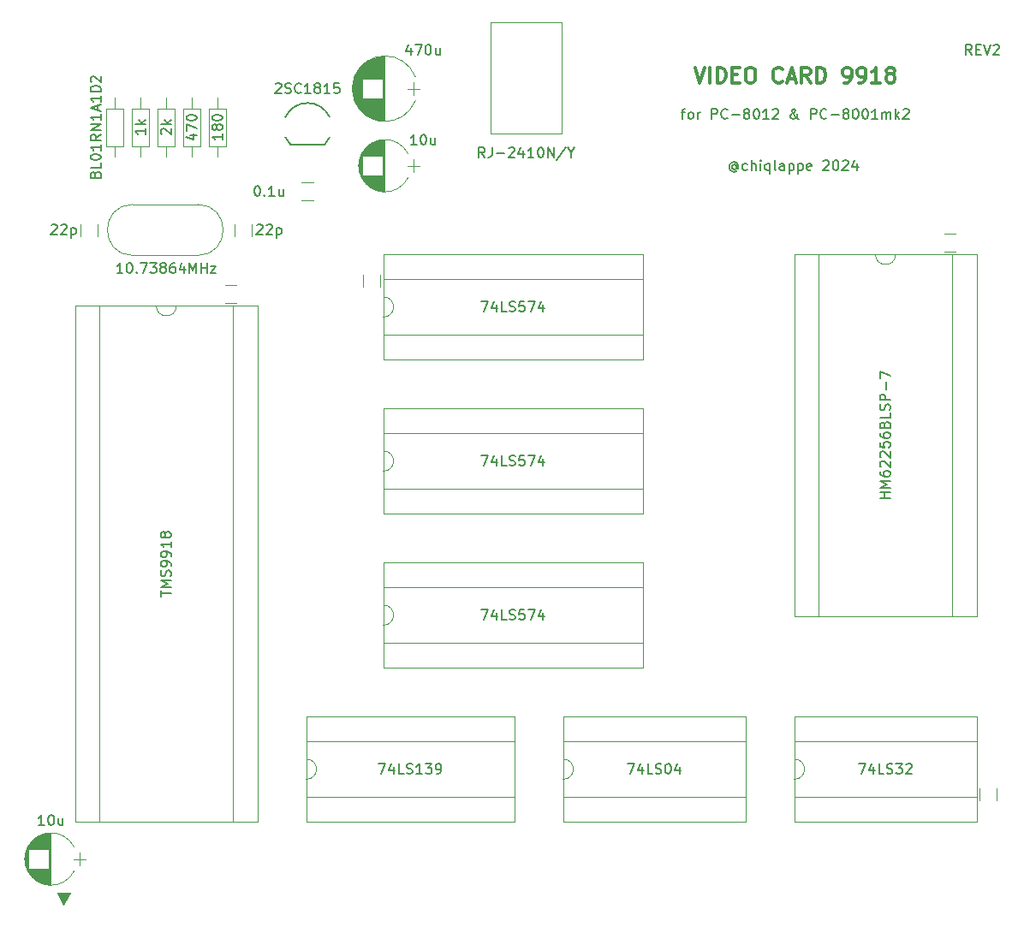
<source format=gto>
G04 #@! TF.FileFunction,Legend,Top*
%FSLAX46Y46*%
G04 Gerber Fmt 4.6, Leading zero omitted, Abs format (unit mm)*
G04 Created by KiCad (PCBNEW 4.0.7) date 2024 March 18, Monday 14:50:24*
%MOMM*%
%LPD*%
G01*
G04 APERTURE LIST*
%ADD10C,0.100000*%
%ADD11C,0.150000*%
%ADD12C,0.300000*%
%ADD13C,0.120000*%
G04 APERTURE END LIST*
D10*
X107251429Y-138037143D02*
X107251429Y-137965714D01*
X107180000Y-138180000D02*
X107180000Y-137965714D01*
X107108572Y-138322857D02*
X107108572Y-137965714D01*
X107037143Y-138465714D02*
X107037143Y-137965714D01*
X106965715Y-138537143D02*
X106965715Y-137965714D01*
X106894286Y-138680000D02*
X106894286Y-137965714D01*
X106822858Y-138822857D02*
X106822858Y-137965714D01*
X106751429Y-138965714D02*
X106751429Y-137965714D01*
X106680000Y-139108571D02*
X106680000Y-137965714D01*
X106608572Y-138965714D02*
X106608572Y-137965714D01*
X106537143Y-138822857D02*
X106537143Y-137965714D01*
X106465715Y-138680000D02*
X106465715Y-137965714D01*
X106394286Y-138537143D02*
X106394286Y-137965714D01*
X106322858Y-138465714D02*
X106322858Y-137965714D01*
X106251429Y-138322857D02*
X106251429Y-137965714D01*
X106180000Y-138180000D02*
X106180000Y-137965714D01*
X106108572Y-137965714D02*
X106680000Y-139037143D01*
X107251429Y-137965714D01*
X106108572Y-138037143D02*
X106108572Y-137965714D01*
X106680000Y-139108571D02*
X106037143Y-137965714D01*
X107322858Y-137965714D01*
X106680000Y-139108571D01*
D11*
X196485238Y-55062381D02*
X196151904Y-54586190D01*
X195913809Y-55062381D02*
X195913809Y-54062381D01*
X196294762Y-54062381D01*
X196390000Y-54110000D01*
X196437619Y-54157619D01*
X196485238Y-54252857D01*
X196485238Y-54395714D01*
X196437619Y-54490952D01*
X196390000Y-54538571D01*
X196294762Y-54586190D01*
X195913809Y-54586190D01*
X196913809Y-54538571D02*
X197247143Y-54538571D01*
X197390000Y-55062381D02*
X196913809Y-55062381D01*
X196913809Y-54062381D01*
X197390000Y-54062381D01*
X197675714Y-54062381D02*
X198009047Y-55062381D01*
X198342381Y-54062381D01*
X198628095Y-54157619D02*
X198675714Y-54110000D01*
X198770952Y-54062381D01*
X199009048Y-54062381D01*
X199104286Y-54110000D01*
X199151905Y-54157619D01*
X199199524Y-54252857D01*
X199199524Y-54348095D01*
X199151905Y-54490952D01*
X198580476Y-55062381D01*
X199199524Y-55062381D01*
D12*
X169105715Y-56328571D02*
X169605715Y-57828571D01*
X170105715Y-56328571D01*
X170605715Y-57828571D02*
X170605715Y-56328571D01*
X171320001Y-57828571D02*
X171320001Y-56328571D01*
X171677144Y-56328571D01*
X171891429Y-56400000D01*
X172034287Y-56542857D01*
X172105715Y-56685714D01*
X172177144Y-56971429D01*
X172177144Y-57185714D01*
X172105715Y-57471429D01*
X172034287Y-57614286D01*
X171891429Y-57757143D01*
X171677144Y-57828571D01*
X171320001Y-57828571D01*
X172820001Y-57042857D02*
X173320001Y-57042857D01*
X173534287Y-57828571D02*
X172820001Y-57828571D01*
X172820001Y-56328571D01*
X173534287Y-56328571D01*
X174462858Y-56328571D02*
X174748572Y-56328571D01*
X174891430Y-56400000D01*
X175034287Y-56542857D01*
X175105715Y-56828571D01*
X175105715Y-57328571D01*
X175034287Y-57614286D01*
X174891430Y-57757143D01*
X174748572Y-57828571D01*
X174462858Y-57828571D01*
X174320001Y-57757143D01*
X174177144Y-57614286D01*
X174105715Y-57328571D01*
X174105715Y-56828571D01*
X174177144Y-56542857D01*
X174320001Y-56400000D01*
X174462858Y-56328571D01*
X177748573Y-57685714D02*
X177677144Y-57757143D01*
X177462858Y-57828571D01*
X177320001Y-57828571D01*
X177105716Y-57757143D01*
X176962858Y-57614286D01*
X176891430Y-57471429D01*
X176820001Y-57185714D01*
X176820001Y-56971429D01*
X176891430Y-56685714D01*
X176962858Y-56542857D01*
X177105716Y-56400000D01*
X177320001Y-56328571D01*
X177462858Y-56328571D01*
X177677144Y-56400000D01*
X177748573Y-56471429D01*
X178320001Y-57400000D02*
X179034287Y-57400000D01*
X178177144Y-57828571D02*
X178677144Y-56328571D01*
X179177144Y-57828571D01*
X180534287Y-57828571D02*
X180034287Y-57114286D01*
X179677144Y-57828571D02*
X179677144Y-56328571D01*
X180248572Y-56328571D01*
X180391430Y-56400000D01*
X180462858Y-56471429D01*
X180534287Y-56614286D01*
X180534287Y-56828571D01*
X180462858Y-56971429D01*
X180391430Y-57042857D01*
X180248572Y-57114286D01*
X179677144Y-57114286D01*
X181177144Y-57828571D02*
X181177144Y-56328571D01*
X181534287Y-56328571D01*
X181748572Y-56400000D01*
X181891430Y-56542857D01*
X181962858Y-56685714D01*
X182034287Y-56971429D01*
X182034287Y-57185714D01*
X181962858Y-57471429D01*
X181891430Y-57614286D01*
X181748572Y-57757143D01*
X181534287Y-57828571D01*
X181177144Y-57828571D01*
X183891429Y-57828571D02*
X184177144Y-57828571D01*
X184320001Y-57757143D01*
X184391429Y-57685714D01*
X184534287Y-57471429D01*
X184605715Y-57185714D01*
X184605715Y-56614286D01*
X184534287Y-56471429D01*
X184462858Y-56400000D01*
X184320001Y-56328571D01*
X184034287Y-56328571D01*
X183891429Y-56400000D01*
X183820001Y-56471429D01*
X183748572Y-56614286D01*
X183748572Y-56971429D01*
X183820001Y-57114286D01*
X183891429Y-57185714D01*
X184034287Y-57257143D01*
X184320001Y-57257143D01*
X184462858Y-57185714D01*
X184534287Y-57114286D01*
X184605715Y-56971429D01*
X185320000Y-57828571D02*
X185605715Y-57828571D01*
X185748572Y-57757143D01*
X185820000Y-57685714D01*
X185962858Y-57471429D01*
X186034286Y-57185714D01*
X186034286Y-56614286D01*
X185962858Y-56471429D01*
X185891429Y-56400000D01*
X185748572Y-56328571D01*
X185462858Y-56328571D01*
X185320000Y-56400000D01*
X185248572Y-56471429D01*
X185177143Y-56614286D01*
X185177143Y-56971429D01*
X185248572Y-57114286D01*
X185320000Y-57185714D01*
X185462858Y-57257143D01*
X185748572Y-57257143D01*
X185891429Y-57185714D01*
X185962858Y-57114286D01*
X186034286Y-56971429D01*
X187462857Y-57828571D02*
X186605714Y-57828571D01*
X187034286Y-57828571D02*
X187034286Y-56328571D01*
X186891429Y-56542857D01*
X186748571Y-56685714D01*
X186605714Y-56757143D01*
X188320000Y-56971429D02*
X188177142Y-56900000D01*
X188105714Y-56828571D01*
X188034285Y-56685714D01*
X188034285Y-56614286D01*
X188105714Y-56471429D01*
X188177142Y-56400000D01*
X188320000Y-56328571D01*
X188605714Y-56328571D01*
X188748571Y-56400000D01*
X188820000Y-56471429D01*
X188891428Y-56614286D01*
X188891428Y-56685714D01*
X188820000Y-56828571D01*
X188748571Y-56900000D01*
X188605714Y-56971429D01*
X188320000Y-56971429D01*
X188177142Y-57042857D01*
X188105714Y-57114286D01*
X188034285Y-57257143D01*
X188034285Y-57542857D01*
X188105714Y-57685714D01*
X188177142Y-57757143D01*
X188320000Y-57828571D01*
X188605714Y-57828571D01*
X188748571Y-57757143D01*
X188820000Y-57685714D01*
X188891428Y-57542857D01*
X188891428Y-57257143D01*
X188820000Y-57114286D01*
X188748571Y-57042857D01*
X188605714Y-56971429D01*
D11*
X167760476Y-60745714D02*
X168141428Y-60745714D01*
X167903333Y-61412381D02*
X167903333Y-60555238D01*
X167950952Y-60460000D01*
X168046190Y-60412381D01*
X168141428Y-60412381D01*
X168617619Y-61412381D02*
X168522381Y-61364762D01*
X168474762Y-61317143D01*
X168427143Y-61221905D01*
X168427143Y-60936190D01*
X168474762Y-60840952D01*
X168522381Y-60793333D01*
X168617619Y-60745714D01*
X168760477Y-60745714D01*
X168855715Y-60793333D01*
X168903334Y-60840952D01*
X168950953Y-60936190D01*
X168950953Y-61221905D01*
X168903334Y-61317143D01*
X168855715Y-61364762D01*
X168760477Y-61412381D01*
X168617619Y-61412381D01*
X169379524Y-61412381D02*
X169379524Y-60745714D01*
X169379524Y-60936190D02*
X169427143Y-60840952D01*
X169474762Y-60793333D01*
X169570000Y-60745714D01*
X169665239Y-60745714D01*
X170760477Y-61412381D02*
X170760477Y-60412381D01*
X171141430Y-60412381D01*
X171236668Y-60460000D01*
X171284287Y-60507619D01*
X171331906Y-60602857D01*
X171331906Y-60745714D01*
X171284287Y-60840952D01*
X171236668Y-60888571D01*
X171141430Y-60936190D01*
X170760477Y-60936190D01*
X172331906Y-61317143D02*
X172284287Y-61364762D01*
X172141430Y-61412381D01*
X172046192Y-61412381D01*
X171903334Y-61364762D01*
X171808096Y-61269524D01*
X171760477Y-61174286D01*
X171712858Y-60983810D01*
X171712858Y-60840952D01*
X171760477Y-60650476D01*
X171808096Y-60555238D01*
X171903334Y-60460000D01*
X172046192Y-60412381D01*
X172141430Y-60412381D01*
X172284287Y-60460000D01*
X172331906Y-60507619D01*
X172760477Y-61031429D02*
X173522382Y-61031429D01*
X174141429Y-60840952D02*
X174046191Y-60793333D01*
X173998572Y-60745714D01*
X173950953Y-60650476D01*
X173950953Y-60602857D01*
X173998572Y-60507619D01*
X174046191Y-60460000D01*
X174141429Y-60412381D01*
X174331906Y-60412381D01*
X174427144Y-60460000D01*
X174474763Y-60507619D01*
X174522382Y-60602857D01*
X174522382Y-60650476D01*
X174474763Y-60745714D01*
X174427144Y-60793333D01*
X174331906Y-60840952D01*
X174141429Y-60840952D01*
X174046191Y-60888571D01*
X173998572Y-60936190D01*
X173950953Y-61031429D01*
X173950953Y-61221905D01*
X173998572Y-61317143D01*
X174046191Y-61364762D01*
X174141429Y-61412381D01*
X174331906Y-61412381D01*
X174427144Y-61364762D01*
X174474763Y-61317143D01*
X174522382Y-61221905D01*
X174522382Y-61031429D01*
X174474763Y-60936190D01*
X174427144Y-60888571D01*
X174331906Y-60840952D01*
X175141429Y-60412381D02*
X175236668Y-60412381D01*
X175331906Y-60460000D01*
X175379525Y-60507619D01*
X175427144Y-60602857D01*
X175474763Y-60793333D01*
X175474763Y-61031429D01*
X175427144Y-61221905D01*
X175379525Y-61317143D01*
X175331906Y-61364762D01*
X175236668Y-61412381D01*
X175141429Y-61412381D01*
X175046191Y-61364762D01*
X174998572Y-61317143D01*
X174950953Y-61221905D01*
X174903334Y-61031429D01*
X174903334Y-60793333D01*
X174950953Y-60602857D01*
X174998572Y-60507619D01*
X175046191Y-60460000D01*
X175141429Y-60412381D01*
X176427144Y-61412381D02*
X175855715Y-61412381D01*
X176141429Y-61412381D02*
X176141429Y-60412381D01*
X176046191Y-60555238D01*
X175950953Y-60650476D01*
X175855715Y-60698095D01*
X176808096Y-60507619D02*
X176855715Y-60460000D01*
X176950953Y-60412381D01*
X177189049Y-60412381D01*
X177284287Y-60460000D01*
X177331906Y-60507619D01*
X177379525Y-60602857D01*
X177379525Y-60698095D01*
X177331906Y-60840952D01*
X176760477Y-61412381D01*
X177379525Y-61412381D01*
X179379525Y-61412381D02*
X179331906Y-61412381D01*
X179236668Y-61364762D01*
X179093811Y-61221905D01*
X178855716Y-60936190D01*
X178760477Y-60793333D01*
X178712858Y-60650476D01*
X178712858Y-60555238D01*
X178760477Y-60460000D01*
X178855716Y-60412381D01*
X178903335Y-60412381D01*
X178998573Y-60460000D01*
X179046192Y-60555238D01*
X179046192Y-60602857D01*
X178998573Y-60698095D01*
X178950954Y-60745714D01*
X178665239Y-60936190D01*
X178617620Y-60983810D01*
X178570001Y-61079048D01*
X178570001Y-61221905D01*
X178617620Y-61317143D01*
X178665239Y-61364762D01*
X178760477Y-61412381D01*
X178903335Y-61412381D01*
X178998573Y-61364762D01*
X179046192Y-61317143D01*
X179189049Y-61126667D01*
X179236668Y-60983810D01*
X179236668Y-60888571D01*
X180570001Y-61412381D02*
X180570001Y-60412381D01*
X180950954Y-60412381D01*
X181046192Y-60460000D01*
X181093811Y-60507619D01*
X181141430Y-60602857D01*
X181141430Y-60745714D01*
X181093811Y-60840952D01*
X181046192Y-60888571D01*
X180950954Y-60936190D01*
X180570001Y-60936190D01*
X182141430Y-61317143D02*
X182093811Y-61364762D01*
X181950954Y-61412381D01*
X181855716Y-61412381D01*
X181712858Y-61364762D01*
X181617620Y-61269524D01*
X181570001Y-61174286D01*
X181522382Y-60983810D01*
X181522382Y-60840952D01*
X181570001Y-60650476D01*
X181617620Y-60555238D01*
X181712858Y-60460000D01*
X181855716Y-60412381D01*
X181950954Y-60412381D01*
X182093811Y-60460000D01*
X182141430Y-60507619D01*
X182570001Y-61031429D02*
X183331906Y-61031429D01*
X183950953Y-60840952D02*
X183855715Y-60793333D01*
X183808096Y-60745714D01*
X183760477Y-60650476D01*
X183760477Y-60602857D01*
X183808096Y-60507619D01*
X183855715Y-60460000D01*
X183950953Y-60412381D01*
X184141430Y-60412381D01*
X184236668Y-60460000D01*
X184284287Y-60507619D01*
X184331906Y-60602857D01*
X184331906Y-60650476D01*
X184284287Y-60745714D01*
X184236668Y-60793333D01*
X184141430Y-60840952D01*
X183950953Y-60840952D01*
X183855715Y-60888571D01*
X183808096Y-60936190D01*
X183760477Y-61031429D01*
X183760477Y-61221905D01*
X183808096Y-61317143D01*
X183855715Y-61364762D01*
X183950953Y-61412381D01*
X184141430Y-61412381D01*
X184236668Y-61364762D01*
X184284287Y-61317143D01*
X184331906Y-61221905D01*
X184331906Y-61031429D01*
X184284287Y-60936190D01*
X184236668Y-60888571D01*
X184141430Y-60840952D01*
X184950953Y-60412381D02*
X185046192Y-60412381D01*
X185141430Y-60460000D01*
X185189049Y-60507619D01*
X185236668Y-60602857D01*
X185284287Y-60793333D01*
X185284287Y-61031429D01*
X185236668Y-61221905D01*
X185189049Y-61317143D01*
X185141430Y-61364762D01*
X185046192Y-61412381D01*
X184950953Y-61412381D01*
X184855715Y-61364762D01*
X184808096Y-61317143D01*
X184760477Y-61221905D01*
X184712858Y-61031429D01*
X184712858Y-60793333D01*
X184760477Y-60602857D01*
X184808096Y-60507619D01*
X184855715Y-60460000D01*
X184950953Y-60412381D01*
X185903334Y-60412381D02*
X185998573Y-60412381D01*
X186093811Y-60460000D01*
X186141430Y-60507619D01*
X186189049Y-60602857D01*
X186236668Y-60793333D01*
X186236668Y-61031429D01*
X186189049Y-61221905D01*
X186141430Y-61317143D01*
X186093811Y-61364762D01*
X185998573Y-61412381D01*
X185903334Y-61412381D01*
X185808096Y-61364762D01*
X185760477Y-61317143D01*
X185712858Y-61221905D01*
X185665239Y-61031429D01*
X185665239Y-60793333D01*
X185712858Y-60602857D01*
X185760477Y-60507619D01*
X185808096Y-60460000D01*
X185903334Y-60412381D01*
X187189049Y-61412381D02*
X186617620Y-61412381D01*
X186903334Y-61412381D02*
X186903334Y-60412381D01*
X186808096Y-60555238D01*
X186712858Y-60650476D01*
X186617620Y-60698095D01*
X187617620Y-61412381D02*
X187617620Y-60745714D01*
X187617620Y-60840952D02*
X187665239Y-60793333D01*
X187760477Y-60745714D01*
X187903335Y-60745714D01*
X187998573Y-60793333D01*
X188046192Y-60888571D01*
X188046192Y-61412381D01*
X188046192Y-60888571D02*
X188093811Y-60793333D01*
X188189049Y-60745714D01*
X188331906Y-60745714D01*
X188427144Y-60793333D01*
X188474763Y-60888571D01*
X188474763Y-61412381D01*
X188950953Y-61412381D02*
X188950953Y-60412381D01*
X189046191Y-61031429D02*
X189331906Y-61412381D01*
X189331906Y-60745714D02*
X188950953Y-61126667D01*
X189712858Y-60507619D02*
X189760477Y-60460000D01*
X189855715Y-60412381D01*
X190093811Y-60412381D01*
X190189049Y-60460000D01*
X190236668Y-60507619D01*
X190284287Y-60602857D01*
X190284287Y-60698095D01*
X190236668Y-60840952D01*
X189665239Y-61412381D01*
X190284287Y-61412381D01*
X173181904Y-66016190D02*
X173134285Y-65968571D01*
X173039047Y-65920952D01*
X172943809Y-65920952D01*
X172848571Y-65968571D01*
X172800951Y-66016190D01*
X172753332Y-66111429D01*
X172753332Y-66206667D01*
X172800951Y-66301905D01*
X172848571Y-66349524D01*
X172943809Y-66397143D01*
X173039047Y-66397143D01*
X173134285Y-66349524D01*
X173181904Y-66301905D01*
X173181904Y-65920952D02*
X173181904Y-66301905D01*
X173229523Y-66349524D01*
X173277142Y-66349524D01*
X173372380Y-66301905D01*
X173419999Y-66206667D01*
X173419999Y-65968571D01*
X173324761Y-65825714D01*
X173181904Y-65730476D01*
X172991428Y-65682857D01*
X172800951Y-65730476D01*
X172658094Y-65825714D01*
X172562856Y-65968571D01*
X172515237Y-66159048D01*
X172562856Y-66349524D01*
X172658094Y-66492381D01*
X172800951Y-66587619D01*
X172991428Y-66635238D01*
X173181904Y-66587619D01*
X173324761Y-66492381D01*
X174277142Y-66444762D02*
X174181904Y-66492381D01*
X173991427Y-66492381D01*
X173896189Y-66444762D01*
X173848570Y-66397143D01*
X173800951Y-66301905D01*
X173800951Y-66016190D01*
X173848570Y-65920952D01*
X173896189Y-65873333D01*
X173991427Y-65825714D01*
X174181904Y-65825714D01*
X174277142Y-65873333D01*
X174705713Y-66492381D02*
X174705713Y-65492381D01*
X175134285Y-66492381D02*
X175134285Y-65968571D01*
X175086666Y-65873333D01*
X174991428Y-65825714D01*
X174848570Y-65825714D01*
X174753332Y-65873333D01*
X174705713Y-65920952D01*
X175610475Y-66492381D02*
X175610475Y-65825714D01*
X175610475Y-65492381D02*
X175562856Y-65540000D01*
X175610475Y-65587619D01*
X175658094Y-65540000D01*
X175610475Y-65492381D01*
X175610475Y-65587619D01*
X176515237Y-65825714D02*
X176515237Y-66825714D01*
X176515237Y-66444762D02*
X176419999Y-66492381D01*
X176229522Y-66492381D01*
X176134284Y-66444762D01*
X176086665Y-66397143D01*
X176039046Y-66301905D01*
X176039046Y-66016190D01*
X176086665Y-65920952D01*
X176134284Y-65873333D01*
X176229522Y-65825714D01*
X176419999Y-65825714D01*
X176515237Y-65873333D01*
X177134284Y-66492381D02*
X177039046Y-66444762D01*
X176991427Y-66349524D01*
X176991427Y-65492381D01*
X177943809Y-66492381D02*
X177943809Y-65968571D01*
X177896190Y-65873333D01*
X177800952Y-65825714D01*
X177610475Y-65825714D01*
X177515237Y-65873333D01*
X177943809Y-66444762D02*
X177848571Y-66492381D01*
X177610475Y-66492381D01*
X177515237Y-66444762D01*
X177467618Y-66349524D01*
X177467618Y-66254286D01*
X177515237Y-66159048D01*
X177610475Y-66111429D01*
X177848571Y-66111429D01*
X177943809Y-66063810D01*
X178419999Y-65825714D02*
X178419999Y-66825714D01*
X178419999Y-65873333D02*
X178515237Y-65825714D01*
X178705714Y-65825714D01*
X178800952Y-65873333D01*
X178848571Y-65920952D01*
X178896190Y-66016190D01*
X178896190Y-66301905D01*
X178848571Y-66397143D01*
X178800952Y-66444762D01*
X178705714Y-66492381D01*
X178515237Y-66492381D01*
X178419999Y-66444762D01*
X179324761Y-65825714D02*
X179324761Y-66825714D01*
X179324761Y-65873333D02*
X179419999Y-65825714D01*
X179610476Y-65825714D01*
X179705714Y-65873333D01*
X179753333Y-65920952D01*
X179800952Y-66016190D01*
X179800952Y-66301905D01*
X179753333Y-66397143D01*
X179705714Y-66444762D01*
X179610476Y-66492381D01*
X179419999Y-66492381D01*
X179324761Y-66444762D01*
X180610476Y-66444762D02*
X180515238Y-66492381D01*
X180324761Y-66492381D01*
X180229523Y-66444762D01*
X180181904Y-66349524D01*
X180181904Y-65968571D01*
X180229523Y-65873333D01*
X180324761Y-65825714D01*
X180515238Y-65825714D01*
X180610476Y-65873333D01*
X180658095Y-65968571D01*
X180658095Y-66063810D01*
X180181904Y-66159048D01*
X181800952Y-65587619D02*
X181848571Y-65540000D01*
X181943809Y-65492381D01*
X182181905Y-65492381D01*
X182277143Y-65540000D01*
X182324762Y-65587619D01*
X182372381Y-65682857D01*
X182372381Y-65778095D01*
X182324762Y-65920952D01*
X181753333Y-66492381D01*
X182372381Y-66492381D01*
X182991428Y-65492381D02*
X183086667Y-65492381D01*
X183181905Y-65540000D01*
X183229524Y-65587619D01*
X183277143Y-65682857D01*
X183324762Y-65873333D01*
X183324762Y-66111429D01*
X183277143Y-66301905D01*
X183229524Y-66397143D01*
X183181905Y-66444762D01*
X183086667Y-66492381D01*
X182991428Y-66492381D01*
X182896190Y-66444762D01*
X182848571Y-66397143D01*
X182800952Y-66301905D01*
X182753333Y-66111429D01*
X182753333Y-65873333D01*
X182800952Y-65682857D01*
X182848571Y-65587619D01*
X182896190Y-65540000D01*
X182991428Y-65492381D01*
X183705714Y-65587619D02*
X183753333Y-65540000D01*
X183848571Y-65492381D01*
X184086667Y-65492381D01*
X184181905Y-65540000D01*
X184229524Y-65587619D01*
X184277143Y-65682857D01*
X184277143Y-65778095D01*
X184229524Y-65920952D01*
X183658095Y-66492381D01*
X184277143Y-66492381D01*
X185134286Y-65825714D02*
X185134286Y-66492381D01*
X184896190Y-65444762D02*
X184658095Y-66159048D01*
X185277143Y-66159048D01*
D10*
X155900000Y-51880000D02*
X155900000Y-62880000D01*
X155900000Y-62880000D02*
X148900000Y-62880000D01*
X148900000Y-62880000D02*
X148900000Y-51880000D01*
X148900000Y-51880000D02*
X150900000Y-51880000D01*
X155400000Y-51880000D02*
X155900000Y-51880000D01*
X155400000Y-51880000D02*
X152400000Y-51880000D01*
X153900000Y-51880000D02*
X150900000Y-51880000D01*
D13*
X123599000Y-72997000D02*
X123599000Y-71823000D01*
X125321000Y-72997000D02*
X125321000Y-71823000D01*
X108359000Y-72997000D02*
X108359000Y-71823000D01*
X110081000Y-72997000D02*
X110081000Y-71823000D01*
X130203000Y-67719000D02*
X131377000Y-67719000D01*
X130203000Y-69441000D02*
X131377000Y-69441000D01*
X136144278Y-67219723D02*
G75*
G03X140755580Y-67220000I2305722J1179723D01*
G01*
X136144278Y-64860277D02*
G75*
G02X140755580Y-64860000I2305722J-1179723D01*
G01*
X136144278Y-64860277D02*
G75*
G03X136144420Y-67220000I2305722J-1179723D01*
G01*
X138450000Y-68590000D02*
X138450000Y-63490000D01*
X138410000Y-68590000D02*
X138410000Y-63490000D01*
X138370000Y-68589000D02*
X138370000Y-63491000D01*
X138330000Y-68588000D02*
X138330000Y-63492000D01*
X138290000Y-68586000D02*
X138290000Y-63494000D01*
X138250000Y-68583000D02*
X138250000Y-63497000D01*
X138210000Y-68579000D02*
X138210000Y-63501000D01*
X138170000Y-68575000D02*
X138170000Y-67020000D01*
X138170000Y-65060000D02*
X138170000Y-63505000D01*
X138130000Y-68571000D02*
X138130000Y-67020000D01*
X138130000Y-65060000D02*
X138130000Y-63509000D01*
X138090000Y-68565000D02*
X138090000Y-67020000D01*
X138090000Y-65060000D02*
X138090000Y-63515000D01*
X138050000Y-68559000D02*
X138050000Y-67020000D01*
X138050000Y-65060000D02*
X138050000Y-63521000D01*
X138010000Y-68553000D02*
X138010000Y-67020000D01*
X138010000Y-65060000D02*
X138010000Y-63527000D01*
X137970000Y-68546000D02*
X137970000Y-67020000D01*
X137970000Y-65060000D02*
X137970000Y-63534000D01*
X137930000Y-68538000D02*
X137930000Y-67020000D01*
X137930000Y-65060000D02*
X137930000Y-63542000D01*
X137890000Y-68529000D02*
X137890000Y-67020000D01*
X137890000Y-65060000D02*
X137890000Y-63551000D01*
X137850000Y-68520000D02*
X137850000Y-67020000D01*
X137850000Y-65060000D02*
X137850000Y-63560000D01*
X137810000Y-68510000D02*
X137810000Y-67020000D01*
X137810000Y-65060000D02*
X137810000Y-63570000D01*
X137770000Y-68500000D02*
X137770000Y-67020000D01*
X137770000Y-65060000D02*
X137770000Y-63580000D01*
X137729000Y-68488000D02*
X137729000Y-67020000D01*
X137729000Y-65060000D02*
X137729000Y-63592000D01*
X137689000Y-68476000D02*
X137689000Y-67020000D01*
X137689000Y-65060000D02*
X137689000Y-63604000D01*
X137649000Y-68464000D02*
X137649000Y-67020000D01*
X137649000Y-65060000D02*
X137649000Y-63616000D01*
X137609000Y-68450000D02*
X137609000Y-67020000D01*
X137609000Y-65060000D02*
X137609000Y-63630000D01*
X137569000Y-68436000D02*
X137569000Y-67020000D01*
X137569000Y-65060000D02*
X137569000Y-63644000D01*
X137529000Y-68422000D02*
X137529000Y-67020000D01*
X137529000Y-65060000D02*
X137529000Y-63658000D01*
X137489000Y-68406000D02*
X137489000Y-67020000D01*
X137489000Y-65060000D02*
X137489000Y-63674000D01*
X137449000Y-68390000D02*
X137449000Y-67020000D01*
X137449000Y-65060000D02*
X137449000Y-63690000D01*
X137409000Y-68373000D02*
X137409000Y-67020000D01*
X137409000Y-65060000D02*
X137409000Y-63707000D01*
X137369000Y-68355000D02*
X137369000Y-67020000D01*
X137369000Y-65060000D02*
X137369000Y-63725000D01*
X137329000Y-68336000D02*
X137329000Y-67020000D01*
X137329000Y-65060000D02*
X137329000Y-63744000D01*
X137289000Y-68316000D02*
X137289000Y-67020000D01*
X137289000Y-65060000D02*
X137289000Y-63764000D01*
X137249000Y-68296000D02*
X137249000Y-67020000D01*
X137249000Y-65060000D02*
X137249000Y-63784000D01*
X137209000Y-68274000D02*
X137209000Y-67020000D01*
X137209000Y-65060000D02*
X137209000Y-63806000D01*
X137169000Y-68252000D02*
X137169000Y-67020000D01*
X137169000Y-65060000D02*
X137169000Y-63828000D01*
X137129000Y-68229000D02*
X137129000Y-67020000D01*
X137129000Y-65060000D02*
X137129000Y-63851000D01*
X137089000Y-68205000D02*
X137089000Y-67020000D01*
X137089000Y-65060000D02*
X137089000Y-63875000D01*
X137049000Y-68180000D02*
X137049000Y-67020000D01*
X137049000Y-65060000D02*
X137049000Y-63900000D01*
X137009000Y-68153000D02*
X137009000Y-67020000D01*
X137009000Y-65060000D02*
X137009000Y-63927000D01*
X136969000Y-68126000D02*
X136969000Y-67020000D01*
X136969000Y-65060000D02*
X136969000Y-63954000D01*
X136929000Y-68098000D02*
X136929000Y-67020000D01*
X136929000Y-65060000D02*
X136929000Y-63982000D01*
X136889000Y-68068000D02*
X136889000Y-67020000D01*
X136889000Y-65060000D02*
X136889000Y-64012000D01*
X136849000Y-68037000D02*
X136849000Y-67020000D01*
X136849000Y-65060000D02*
X136849000Y-64043000D01*
X136809000Y-68005000D02*
X136809000Y-67020000D01*
X136809000Y-65060000D02*
X136809000Y-64075000D01*
X136769000Y-67972000D02*
X136769000Y-67020000D01*
X136769000Y-65060000D02*
X136769000Y-64108000D01*
X136729000Y-67937000D02*
X136729000Y-67020000D01*
X136729000Y-65060000D02*
X136729000Y-64143000D01*
X136689000Y-67901000D02*
X136689000Y-67020000D01*
X136689000Y-65060000D02*
X136689000Y-64179000D01*
X136649000Y-67863000D02*
X136649000Y-67020000D01*
X136649000Y-65060000D02*
X136649000Y-64217000D01*
X136609000Y-67823000D02*
X136609000Y-67020000D01*
X136609000Y-65060000D02*
X136609000Y-64257000D01*
X136569000Y-67782000D02*
X136569000Y-67020000D01*
X136569000Y-65060000D02*
X136569000Y-64298000D01*
X136529000Y-67739000D02*
X136529000Y-67020000D01*
X136529000Y-65060000D02*
X136529000Y-64341000D01*
X136489000Y-67694000D02*
X136489000Y-67020000D01*
X136489000Y-65060000D02*
X136489000Y-64386000D01*
X136449000Y-67646000D02*
X136449000Y-67020000D01*
X136449000Y-65060000D02*
X136449000Y-64434000D01*
X136409000Y-67596000D02*
X136409000Y-67020000D01*
X136409000Y-65060000D02*
X136409000Y-64484000D01*
X136369000Y-67544000D02*
X136369000Y-67020000D01*
X136369000Y-65060000D02*
X136369000Y-64536000D01*
X136329000Y-67488000D02*
X136329000Y-67020000D01*
X136329000Y-65060000D02*
X136329000Y-64592000D01*
X136289000Y-67430000D02*
X136289000Y-67020000D01*
X136289000Y-65060000D02*
X136289000Y-64650000D01*
X136249000Y-67367000D02*
X136249000Y-67020000D01*
X136249000Y-65060000D02*
X136249000Y-64713000D01*
X136209000Y-67301000D02*
X136209000Y-64779000D01*
X136169000Y-67229000D02*
X136169000Y-64851000D01*
X136129000Y-67152000D02*
X136129000Y-64928000D01*
X136089000Y-67068000D02*
X136089000Y-65012000D01*
X136049000Y-66974000D02*
X136049000Y-65106000D01*
X136009000Y-66869000D02*
X136009000Y-65211000D01*
X135969000Y-66747000D02*
X135969000Y-65333000D01*
X135929000Y-66599000D02*
X135929000Y-65481000D01*
X135889000Y-66394000D02*
X135889000Y-65686000D01*
X141900000Y-66040000D02*
X140700000Y-66040000D01*
X141300000Y-66690000D02*
X141300000Y-65390000D01*
X113440000Y-64090000D02*
X115160000Y-64090000D01*
X115160000Y-64090000D02*
X115160000Y-60370000D01*
X115160000Y-60370000D02*
X113440000Y-60370000D01*
X113440000Y-60370000D02*
X113440000Y-64090000D01*
X114300000Y-65160000D02*
X114300000Y-64090000D01*
X114300000Y-59300000D02*
X114300000Y-60370000D01*
X122780000Y-60370000D02*
X121060000Y-60370000D01*
X121060000Y-60370000D02*
X121060000Y-64090000D01*
X121060000Y-64090000D02*
X122780000Y-64090000D01*
X122780000Y-64090000D02*
X122780000Y-60370000D01*
X121920000Y-59300000D02*
X121920000Y-60370000D01*
X121920000Y-65160000D02*
X121920000Y-64090000D01*
X120240000Y-60370000D02*
X118520000Y-60370000D01*
X118520000Y-60370000D02*
X118520000Y-64090000D01*
X118520000Y-64090000D02*
X120240000Y-64090000D01*
X120240000Y-64090000D02*
X120240000Y-60370000D01*
X119380000Y-59300000D02*
X119380000Y-60370000D01*
X119380000Y-65160000D02*
X119380000Y-64090000D01*
X117700000Y-60370000D02*
X115980000Y-60370000D01*
X115980000Y-60370000D02*
X115980000Y-64090000D01*
X115980000Y-64090000D02*
X117700000Y-64090000D01*
X117700000Y-64090000D02*
X117700000Y-60370000D01*
X116840000Y-59300000D02*
X116840000Y-60370000D01*
X116840000Y-65160000D02*
X116840000Y-64090000D01*
X115840000Y-79890000D02*
X110260000Y-79890000D01*
X110260000Y-79890000D02*
X110260000Y-130930000D01*
X110260000Y-130930000D02*
X123420000Y-130930000D01*
X123420000Y-130930000D02*
X123420000Y-79890000D01*
X123420000Y-79890000D02*
X117840000Y-79890000D01*
X107830000Y-79890000D02*
X107830000Y-130930000D01*
X107830000Y-130930000D02*
X125850000Y-130930000D01*
X125850000Y-130930000D02*
X125850000Y-79890000D01*
X125850000Y-79890000D02*
X107830000Y-79890000D01*
X117840000Y-79890000D02*
G75*
G02X115840000Y-79890000I-1000000J0D01*
G01*
X186960000Y-74810000D02*
X181380000Y-74810000D01*
X181380000Y-74810000D02*
X181380000Y-110610000D01*
X181380000Y-110610000D02*
X194540000Y-110610000D01*
X194540000Y-110610000D02*
X194540000Y-74810000D01*
X194540000Y-74810000D02*
X188960000Y-74810000D01*
X178950000Y-74810000D02*
X178950000Y-110610000D01*
X178950000Y-110610000D02*
X196970000Y-110610000D01*
X196970000Y-110610000D02*
X196970000Y-74810000D01*
X196970000Y-74810000D02*
X178950000Y-74810000D01*
X188960000Y-74810000D02*
G75*
G02X186960000Y-74810000I-1000000J0D01*
G01*
X138310000Y-111490000D02*
X138310000Y-113260000D01*
X138310000Y-113260000D02*
X163950000Y-113260000D01*
X163950000Y-113260000D02*
X163950000Y-107720000D01*
X163950000Y-107720000D02*
X138310000Y-107720000D01*
X138310000Y-107720000D02*
X138310000Y-109490000D01*
X138310000Y-115690000D02*
X163950000Y-115690000D01*
X163950000Y-115690000D02*
X163950000Y-105290000D01*
X163950000Y-105290000D02*
X138310000Y-105290000D01*
X138310000Y-105290000D02*
X138310000Y-115690000D01*
X138310000Y-109490000D02*
G75*
G02X138310000Y-111490000I0J-1000000D01*
G01*
X138310000Y-96250000D02*
X138310000Y-98020000D01*
X138310000Y-98020000D02*
X163950000Y-98020000D01*
X163950000Y-98020000D02*
X163950000Y-92480000D01*
X163950000Y-92480000D02*
X138310000Y-92480000D01*
X138310000Y-92480000D02*
X138310000Y-94250000D01*
X138310000Y-100450000D02*
X163950000Y-100450000D01*
X163950000Y-100450000D02*
X163950000Y-90050000D01*
X163950000Y-90050000D02*
X138310000Y-90050000D01*
X138310000Y-90050000D02*
X138310000Y-100450000D01*
X138310000Y-94250000D02*
G75*
G02X138310000Y-96250000I0J-1000000D01*
G01*
X138310000Y-81010000D02*
X138310000Y-82780000D01*
X138310000Y-82780000D02*
X163950000Y-82780000D01*
X163950000Y-82780000D02*
X163950000Y-77240000D01*
X163950000Y-77240000D02*
X138310000Y-77240000D01*
X138310000Y-77240000D02*
X138310000Y-79010000D01*
X138310000Y-85210000D02*
X163950000Y-85210000D01*
X163950000Y-85210000D02*
X163950000Y-74810000D01*
X163950000Y-74810000D02*
X138310000Y-74810000D01*
X138310000Y-74810000D02*
X138310000Y-85210000D01*
X138310000Y-79010000D02*
G75*
G02X138310000Y-81010000I0J-1000000D01*
G01*
X156090000Y-126730000D02*
X156090000Y-128500000D01*
X156090000Y-128500000D02*
X174110000Y-128500000D01*
X174110000Y-128500000D02*
X174110000Y-122960000D01*
X174110000Y-122960000D02*
X156090000Y-122960000D01*
X156090000Y-122960000D02*
X156090000Y-124730000D01*
X156090000Y-130930000D02*
X174110000Y-130930000D01*
X174110000Y-130930000D02*
X174110000Y-120530000D01*
X174110000Y-120530000D02*
X156090000Y-120530000D01*
X156090000Y-120530000D02*
X156090000Y-130930000D01*
X156090000Y-124730000D02*
G75*
G02X156090000Y-126730000I0J-1000000D01*
G01*
X130690000Y-126730000D02*
X130690000Y-128500000D01*
X130690000Y-128500000D02*
X151250000Y-128500000D01*
X151250000Y-128500000D02*
X151250000Y-122960000D01*
X151250000Y-122960000D02*
X130690000Y-122960000D01*
X130690000Y-122960000D02*
X130690000Y-124730000D01*
X130690000Y-130930000D02*
X151250000Y-130930000D01*
X151250000Y-130930000D02*
X151250000Y-120530000D01*
X151250000Y-120530000D02*
X130690000Y-120530000D01*
X130690000Y-120530000D02*
X130690000Y-130930000D01*
X130690000Y-124730000D02*
G75*
G02X130690000Y-126730000I0J-1000000D01*
G01*
X178950000Y-126730000D02*
X178950000Y-128500000D01*
X178950000Y-128500000D02*
X196970000Y-128500000D01*
X196970000Y-128500000D02*
X196970000Y-122960000D01*
X196970000Y-122960000D02*
X178950000Y-122960000D01*
X178950000Y-122960000D02*
X178950000Y-124730000D01*
X178950000Y-130930000D02*
X196970000Y-130930000D01*
X196970000Y-130930000D02*
X196970000Y-120530000D01*
X196970000Y-120530000D02*
X178950000Y-120530000D01*
X178950000Y-120530000D02*
X178950000Y-130930000D01*
X178950000Y-124730000D02*
G75*
G02X178950000Y-126730000I0J-1000000D01*
G01*
X103124278Y-135799723D02*
G75*
G03X107735580Y-135800000I2305722J1179723D01*
G01*
X103124278Y-133440277D02*
G75*
G02X107735580Y-133440000I2305722J-1179723D01*
G01*
X103124278Y-133440277D02*
G75*
G03X103124420Y-135800000I2305722J-1179723D01*
G01*
X105430000Y-137170000D02*
X105430000Y-132070000D01*
X105390000Y-137170000D02*
X105390000Y-132070000D01*
X105350000Y-137169000D02*
X105350000Y-132071000D01*
X105310000Y-137168000D02*
X105310000Y-132072000D01*
X105270000Y-137166000D02*
X105270000Y-132074000D01*
X105230000Y-137163000D02*
X105230000Y-132077000D01*
X105190000Y-137159000D02*
X105190000Y-132081000D01*
X105150000Y-137155000D02*
X105150000Y-135600000D01*
X105150000Y-133640000D02*
X105150000Y-132085000D01*
X105110000Y-137151000D02*
X105110000Y-135600000D01*
X105110000Y-133640000D02*
X105110000Y-132089000D01*
X105070000Y-137145000D02*
X105070000Y-135600000D01*
X105070000Y-133640000D02*
X105070000Y-132095000D01*
X105030000Y-137139000D02*
X105030000Y-135600000D01*
X105030000Y-133640000D02*
X105030000Y-132101000D01*
X104990000Y-137133000D02*
X104990000Y-135600000D01*
X104990000Y-133640000D02*
X104990000Y-132107000D01*
X104950000Y-137126000D02*
X104950000Y-135600000D01*
X104950000Y-133640000D02*
X104950000Y-132114000D01*
X104910000Y-137118000D02*
X104910000Y-135600000D01*
X104910000Y-133640000D02*
X104910000Y-132122000D01*
X104870000Y-137109000D02*
X104870000Y-135600000D01*
X104870000Y-133640000D02*
X104870000Y-132131000D01*
X104830000Y-137100000D02*
X104830000Y-135600000D01*
X104830000Y-133640000D02*
X104830000Y-132140000D01*
X104790000Y-137090000D02*
X104790000Y-135600000D01*
X104790000Y-133640000D02*
X104790000Y-132150000D01*
X104750000Y-137080000D02*
X104750000Y-135600000D01*
X104750000Y-133640000D02*
X104750000Y-132160000D01*
X104709000Y-137068000D02*
X104709000Y-135600000D01*
X104709000Y-133640000D02*
X104709000Y-132172000D01*
X104669000Y-137056000D02*
X104669000Y-135600000D01*
X104669000Y-133640000D02*
X104669000Y-132184000D01*
X104629000Y-137044000D02*
X104629000Y-135600000D01*
X104629000Y-133640000D02*
X104629000Y-132196000D01*
X104589000Y-137030000D02*
X104589000Y-135600000D01*
X104589000Y-133640000D02*
X104589000Y-132210000D01*
X104549000Y-137016000D02*
X104549000Y-135600000D01*
X104549000Y-133640000D02*
X104549000Y-132224000D01*
X104509000Y-137002000D02*
X104509000Y-135600000D01*
X104509000Y-133640000D02*
X104509000Y-132238000D01*
X104469000Y-136986000D02*
X104469000Y-135600000D01*
X104469000Y-133640000D02*
X104469000Y-132254000D01*
X104429000Y-136970000D02*
X104429000Y-135600000D01*
X104429000Y-133640000D02*
X104429000Y-132270000D01*
X104389000Y-136953000D02*
X104389000Y-135600000D01*
X104389000Y-133640000D02*
X104389000Y-132287000D01*
X104349000Y-136935000D02*
X104349000Y-135600000D01*
X104349000Y-133640000D02*
X104349000Y-132305000D01*
X104309000Y-136916000D02*
X104309000Y-135600000D01*
X104309000Y-133640000D02*
X104309000Y-132324000D01*
X104269000Y-136896000D02*
X104269000Y-135600000D01*
X104269000Y-133640000D02*
X104269000Y-132344000D01*
X104229000Y-136876000D02*
X104229000Y-135600000D01*
X104229000Y-133640000D02*
X104229000Y-132364000D01*
X104189000Y-136854000D02*
X104189000Y-135600000D01*
X104189000Y-133640000D02*
X104189000Y-132386000D01*
X104149000Y-136832000D02*
X104149000Y-135600000D01*
X104149000Y-133640000D02*
X104149000Y-132408000D01*
X104109000Y-136809000D02*
X104109000Y-135600000D01*
X104109000Y-133640000D02*
X104109000Y-132431000D01*
X104069000Y-136785000D02*
X104069000Y-135600000D01*
X104069000Y-133640000D02*
X104069000Y-132455000D01*
X104029000Y-136760000D02*
X104029000Y-135600000D01*
X104029000Y-133640000D02*
X104029000Y-132480000D01*
X103989000Y-136733000D02*
X103989000Y-135600000D01*
X103989000Y-133640000D02*
X103989000Y-132507000D01*
X103949000Y-136706000D02*
X103949000Y-135600000D01*
X103949000Y-133640000D02*
X103949000Y-132534000D01*
X103909000Y-136678000D02*
X103909000Y-135600000D01*
X103909000Y-133640000D02*
X103909000Y-132562000D01*
X103869000Y-136648000D02*
X103869000Y-135600000D01*
X103869000Y-133640000D02*
X103869000Y-132592000D01*
X103829000Y-136617000D02*
X103829000Y-135600000D01*
X103829000Y-133640000D02*
X103829000Y-132623000D01*
X103789000Y-136585000D02*
X103789000Y-135600000D01*
X103789000Y-133640000D02*
X103789000Y-132655000D01*
X103749000Y-136552000D02*
X103749000Y-135600000D01*
X103749000Y-133640000D02*
X103749000Y-132688000D01*
X103709000Y-136517000D02*
X103709000Y-135600000D01*
X103709000Y-133640000D02*
X103709000Y-132723000D01*
X103669000Y-136481000D02*
X103669000Y-135600000D01*
X103669000Y-133640000D02*
X103669000Y-132759000D01*
X103629000Y-136443000D02*
X103629000Y-135600000D01*
X103629000Y-133640000D02*
X103629000Y-132797000D01*
X103589000Y-136403000D02*
X103589000Y-135600000D01*
X103589000Y-133640000D02*
X103589000Y-132837000D01*
X103549000Y-136362000D02*
X103549000Y-135600000D01*
X103549000Y-133640000D02*
X103549000Y-132878000D01*
X103509000Y-136319000D02*
X103509000Y-135600000D01*
X103509000Y-133640000D02*
X103509000Y-132921000D01*
X103469000Y-136274000D02*
X103469000Y-135600000D01*
X103469000Y-133640000D02*
X103469000Y-132966000D01*
X103429000Y-136226000D02*
X103429000Y-135600000D01*
X103429000Y-133640000D02*
X103429000Y-133014000D01*
X103389000Y-136176000D02*
X103389000Y-135600000D01*
X103389000Y-133640000D02*
X103389000Y-133064000D01*
X103349000Y-136124000D02*
X103349000Y-135600000D01*
X103349000Y-133640000D02*
X103349000Y-133116000D01*
X103309000Y-136068000D02*
X103309000Y-135600000D01*
X103309000Y-133640000D02*
X103309000Y-133172000D01*
X103269000Y-136010000D02*
X103269000Y-135600000D01*
X103269000Y-133640000D02*
X103269000Y-133230000D01*
X103229000Y-135947000D02*
X103229000Y-135600000D01*
X103229000Y-133640000D02*
X103229000Y-133293000D01*
X103189000Y-135881000D02*
X103189000Y-133359000D01*
X103149000Y-135809000D02*
X103149000Y-133431000D01*
X103109000Y-135732000D02*
X103109000Y-133508000D01*
X103069000Y-135648000D02*
X103069000Y-133592000D01*
X103029000Y-135554000D02*
X103029000Y-133686000D01*
X102989000Y-135449000D02*
X102989000Y-133791000D01*
X102949000Y-135327000D02*
X102949000Y-133913000D01*
X102909000Y-135179000D02*
X102909000Y-134061000D01*
X102869000Y-134974000D02*
X102869000Y-134266000D01*
X108880000Y-134620000D02*
X107680000Y-134620000D01*
X108280000Y-135270000D02*
X108280000Y-133970000D01*
X135432180Y-59599136D02*
G75*
G03X141467482Y-59600000I3017820J1179136D01*
G01*
X135432180Y-57240864D02*
G75*
G02X141467482Y-57240000I3017820J-1179136D01*
G01*
X135432180Y-57240864D02*
G75*
G03X135432518Y-59600000I3017820J-1179136D01*
G01*
X138450000Y-61620000D02*
X138450000Y-55220000D01*
X138410000Y-61620000D02*
X138410000Y-55220000D01*
X138370000Y-61620000D02*
X138370000Y-55220000D01*
X138330000Y-61618000D02*
X138330000Y-55222000D01*
X138290000Y-61617000D02*
X138290000Y-55223000D01*
X138250000Y-61614000D02*
X138250000Y-55226000D01*
X138210000Y-61612000D02*
X138210000Y-55228000D01*
X138170000Y-61608000D02*
X138170000Y-59400000D01*
X138170000Y-57440000D02*
X138170000Y-55232000D01*
X138130000Y-61605000D02*
X138130000Y-59400000D01*
X138130000Y-57440000D02*
X138130000Y-55235000D01*
X138090000Y-61600000D02*
X138090000Y-59400000D01*
X138090000Y-57440000D02*
X138090000Y-55240000D01*
X138050000Y-61596000D02*
X138050000Y-59400000D01*
X138050000Y-57440000D02*
X138050000Y-55244000D01*
X138010000Y-61590000D02*
X138010000Y-59400000D01*
X138010000Y-57440000D02*
X138010000Y-55250000D01*
X137970000Y-61585000D02*
X137970000Y-59400000D01*
X137970000Y-57440000D02*
X137970000Y-55255000D01*
X137930000Y-61578000D02*
X137930000Y-59400000D01*
X137930000Y-57440000D02*
X137930000Y-55262000D01*
X137890000Y-61572000D02*
X137890000Y-59400000D01*
X137890000Y-57440000D02*
X137890000Y-55268000D01*
X137850000Y-61564000D02*
X137850000Y-59400000D01*
X137850000Y-57440000D02*
X137850000Y-55276000D01*
X137810000Y-61557000D02*
X137810000Y-59400000D01*
X137810000Y-57440000D02*
X137810000Y-55283000D01*
X137770000Y-61548000D02*
X137770000Y-59400000D01*
X137770000Y-57440000D02*
X137770000Y-55292000D01*
X137729000Y-61539000D02*
X137729000Y-59400000D01*
X137729000Y-57440000D02*
X137729000Y-55301000D01*
X137689000Y-61530000D02*
X137689000Y-59400000D01*
X137689000Y-57440000D02*
X137689000Y-55310000D01*
X137649000Y-61520000D02*
X137649000Y-59400000D01*
X137649000Y-57440000D02*
X137649000Y-55320000D01*
X137609000Y-61510000D02*
X137609000Y-59400000D01*
X137609000Y-57440000D02*
X137609000Y-55330000D01*
X137569000Y-61499000D02*
X137569000Y-59400000D01*
X137569000Y-57440000D02*
X137569000Y-55341000D01*
X137529000Y-61487000D02*
X137529000Y-59400000D01*
X137529000Y-57440000D02*
X137529000Y-55353000D01*
X137489000Y-61475000D02*
X137489000Y-59400000D01*
X137489000Y-57440000D02*
X137489000Y-55365000D01*
X137449000Y-61462000D02*
X137449000Y-59400000D01*
X137449000Y-57440000D02*
X137449000Y-55378000D01*
X137409000Y-61449000D02*
X137409000Y-59400000D01*
X137409000Y-57440000D02*
X137409000Y-55391000D01*
X137369000Y-61435000D02*
X137369000Y-59400000D01*
X137369000Y-57440000D02*
X137369000Y-55405000D01*
X137329000Y-61421000D02*
X137329000Y-59400000D01*
X137329000Y-57440000D02*
X137329000Y-55419000D01*
X137289000Y-61406000D02*
X137289000Y-59400000D01*
X137289000Y-57440000D02*
X137289000Y-55434000D01*
X137249000Y-61390000D02*
X137249000Y-59400000D01*
X137249000Y-57440000D02*
X137249000Y-55450000D01*
X137209000Y-61374000D02*
X137209000Y-59400000D01*
X137209000Y-57440000D02*
X137209000Y-55466000D01*
X137169000Y-61357000D02*
X137169000Y-59400000D01*
X137169000Y-57440000D02*
X137169000Y-55483000D01*
X137129000Y-61339000D02*
X137129000Y-59400000D01*
X137129000Y-57440000D02*
X137129000Y-55501000D01*
X137089000Y-61321000D02*
X137089000Y-59400000D01*
X137089000Y-57440000D02*
X137089000Y-55519000D01*
X137049000Y-61302000D02*
X137049000Y-59400000D01*
X137049000Y-57440000D02*
X137049000Y-55538000D01*
X137009000Y-61283000D02*
X137009000Y-59400000D01*
X137009000Y-57440000D02*
X137009000Y-55557000D01*
X136969000Y-61263000D02*
X136969000Y-59400000D01*
X136969000Y-57440000D02*
X136969000Y-55577000D01*
X136929000Y-61242000D02*
X136929000Y-59400000D01*
X136929000Y-57440000D02*
X136929000Y-55598000D01*
X136889000Y-61220000D02*
X136889000Y-59400000D01*
X136889000Y-57440000D02*
X136889000Y-55620000D01*
X136849000Y-61198000D02*
X136849000Y-59400000D01*
X136849000Y-57440000D02*
X136849000Y-55642000D01*
X136809000Y-61175000D02*
X136809000Y-59400000D01*
X136809000Y-57440000D02*
X136809000Y-55665000D01*
X136769000Y-61151000D02*
X136769000Y-59400000D01*
X136769000Y-57440000D02*
X136769000Y-55689000D01*
X136729000Y-61126000D02*
X136729000Y-59400000D01*
X136729000Y-57440000D02*
X136729000Y-55714000D01*
X136689000Y-61101000D02*
X136689000Y-59400000D01*
X136689000Y-57440000D02*
X136689000Y-55739000D01*
X136649000Y-61074000D02*
X136649000Y-59400000D01*
X136649000Y-57440000D02*
X136649000Y-55766000D01*
X136609000Y-61047000D02*
X136609000Y-59400000D01*
X136609000Y-57440000D02*
X136609000Y-55793000D01*
X136569000Y-61019000D02*
X136569000Y-59400000D01*
X136569000Y-57440000D02*
X136569000Y-55821000D01*
X136529000Y-60990000D02*
X136529000Y-59400000D01*
X136529000Y-57440000D02*
X136529000Y-55850000D01*
X136489000Y-60960000D02*
X136489000Y-59400000D01*
X136489000Y-57440000D02*
X136489000Y-55880000D01*
X136449000Y-60930000D02*
X136449000Y-59400000D01*
X136449000Y-57440000D02*
X136449000Y-55910000D01*
X136409000Y-60898000D02*
X136409000Y-59400000D01*
X136409000Y-57440000D02*
X136409000Y-55942000D01*
X136369000Y-60865000D02*
X136369000Y-59400000D01*
X136369000Y-57440000D02*
X136369000Y-55975000D01*
X136329000Y-60831000D02*
X136329000Y-59400000D01*
X136329000Y-57440000D02*
X136329000Y-56009000D01*
X136289000Y-60795000D02*
X136289000Y-59400000D01*
X136289000Y-57440000D02*
X136289000Y-56045000D01*
X136249000Y-60759000D02*
X136249000Y-59400000D01*
X136249000Y-57440000D02*
X136249000Y-56081000D01*
X136209000Y-60721000D02*
X136209000Y-56119000D01*
X136169000Y-60682000D02*
X136169000Y-56158000D01*
X136129000Y-60642000D02*
X136129000Y-56198000D01*
X136089000Y-60600000D02*
X136089000Y-56240000D01*
X136049000Y-60557000D02*
X136049000Y-56283000D01*
X136009000Y-60512000D02*
X136009000Y-56328000D01*
X135969000Y-60465000D02*
X135969000Y-56375000D01*
X135929000Y-60417000D02*
X135929000Y-56423000D01*
X135889000Y-60366000D02*
X135889000Y-56474000D01*
X135849000Y-60314000D02*
X135849000Y-56526000D01*
X135809000Y-60259000D02*
X135809000Y-56581000D01*
X135769000Y-60201000D02*
X135769000Y-56639000D01*
X135729000Y-60141000D02*
X135729000Y-56699000D01*
X135689000Y-60078000D02*
X135689000Y-56762000D01*
X135649000Y-60011000D02*
X135649000Y-56829000D01*
X135609000Y-59940000D02*
X135609000Y-56900000D01*
X135569000Y-59865000D02*
X135569000Y-56975000D01*
X135529000Y-59784000D02*
X135529000Y-57056000D01*
X135489000Y-59698000D02*
X135489000Y-57142000D01*
X135449000Y-59604000D02*
X135449000Y-57236000D01*
X135409000Y-59501000D02*
X135409000Y-57339000D01*
X135369000Y-59386000D02*
X135369000Y-57454000D01*
X135329000Y-59254000D02*
X135329000Y-57586000D01*
X135289000Y-59096000D02*
X135289000Y-57744000D01*
X135249000Y-58888000D02*
X135249000Y-57952000D01*
X141900000Y-58420000D02*
X140700000Y-58420000D01*
X141300000Y-59070000D02*
X141300000Y-57770000D01*
X194917000Y-74521000D02*
X193743000Y-74521000D01*
X194917000Y-72799000D02*
X193743000Y-72799000D01*
X138021000Y-76863000D02*
X138021000Y-78037000D01*
X136299000Y-76863000D02*
X136299000Y-78037000D01*
X198981000Y-127663000D02*
X198981000Y-128837000D01*
X197259000Y-127663000D02*
X197259000Y-128837000D01*
X123797000Y-79601000D02*
X122623000Y-79601000D01*
X123797000Y-77879000D02*
X122623000Y-77879000D01*
X112620000Y-60370000D02*
X110900000Y-60370000D01*
X110900000Y-60370000D02*
X110900000Y-64090000D01*
X110900000Y-64090000D02*
X112620000Y-64090000D01*
X112620000Y-64090000D02*
X112620000Y-60370000D01*
X111760000Y-59300000D02*
X111760000Y-60370000D01*
X111760000Y-65160000D02*
X111760000Y-64090000D01*
D11*
X128622305Y-63226990D02*
G75*
G03X129110000Y-63930000I2187695J996990D01*
G01*
X132997695Y-63226990D02*
G75*
G02X132510000Y-63930000I-2187695J996990D01*
G01*
X129110000Y-63930000D02*
X132510000Y-63930000D01*
X128625121Y-61236873D02*
G75*
G02X130810000Y-59830000I2184879J-993127D01*
G01*
X132994879Y-61236873D02*
G75*
G03X130810000Y-59830000I-2184879J-993127D01*
G01*
D13*
X113540000Y-69865000D02*
X119940000Y-69865000D01*
X113540000Y-74915000D02*
X119940000Y-74915000D01*
X113540000Y-74915000D02*
G75*
G02X113540000Y-69865000I0J2525000D01*
G01*
X119940000Y-74915000D02*
G75*
G03X119940000Y-69865000I0J2525000D01*
G01*
D11*
X148328572Y-65222381D02*
X147995238Y-64746190D01*
X147757143Y-65222381D02*
X147757143Y-64222381D01*
X148138096Y-64222381D01*
X148233334Y-64270000D01*
X148280953Y-64317619D01*
X148328572Y-64412857D01*
X148328572Y-64555714D01*
X148280953Y-64650952D01*
X148233334Y-64698571D01*
X148138096Y-64746190D01*
X147757143Y-64746190D01*
X149042858Y-64222381D02*
X149042858Y-64936667D01*
X148995238Y-65079524D01*
X148900000Y-65174762D01*
X148757143Y-65222381D01*
X148661905Y-65222381D01*
X149519048Y-64841429D02*
X150280953Y-64841429D01*
X150709524Y-64317619D02*
X150757143Y-64270000D01*
X150852381Y-64222381D01*
X151090477Y-64222381D01*
X151185715Y-64270000D01*
X151233334Y-64317619D01*
X151280953Y-64412857D01*
X151280953Y-64508095D01*
X151233334Y-64650952D01*
X150661905Y-65222381D01*
X151280953Y-65222381D01*
X152138096Y-64555714D02*
X152138096Y-65222381D01*
X151900000Y-64174762D02*
X151661905Y-64889048D01*
X152280953Y-64889048D01*
X153185715Y-65222381D02*
X152614286Y-65222381D01*
X152900000Y-65222381D02*
X152900000Y-64222381D01*
X152804762Y-64365238D01*
X152709524Y-64460476D01*
X152614286Y-64508095D01*
X153804762Y-64222381D02*
X153900001Y-64222381D01*
X153995239Y-64270000D01*
X154042858Y-64317619D01*
X154090477Y-64412857D01*
X154138096Y-64603333D01*
X154138096Y-64841429D01*
X154090477Y-65031905D01*
X154042858Y-65127143D01*
X153995239Y-65174762D01*
X153900001Y-65222381D01*
X153804762Y-65222381D01*
X153709524Y-65174762D01*
X153661905Y-65127143D01*
X153614286Y-65031905D01*
X153566667Y-64841429D01*
X153566667Y-64603333D01*
X153614286Y-64412857D01*
X153661905Y-64317619D01*
X153709524Y-64270000D01*
X153804762Y-64222381D01*
X154566667Y-65222381D02*
X154566667Y-64222381D01*
X155138096Y-65222381D01*
X155138096Y-64222381D01*
X156328572Y-64174762D02*
X155471429Y-65460476D01*
X156852381Y-64746190D02*
X156852381Y-65222381D01*
X156519048Y-64222381D02*
X156852381Y-64746190D01*
X157185715Y-64222381D01*
X125785714Y-71937619D02*
X125833333Y-71890000D01*
X125928571Y-71842381D01*
X126166667Y-71842381D01*
X126261905Y-71890000D01*
X126309524Y-71937619D01*
X126357143Y-72032857D01*
X126357143Y-72128095D01*
X126309524Y-72270952D01*
X125738095Y-72842381D01*
X126357143Y-72842381D01*
X126738095Y-71937619D02*
X126785714Y-71890000D01*
X126880952Y-71842381D01*
X127119048Y-71842381D01*
X127214286Y-71890000D01*
X127261905Y-71937619D01*
X127309524Y-72032857D01*
X127309524Y-72128095D01*
X127261905Y-72270952D01*
X126690476Y-72842381D01*
X127309524Y-72842381D01*
X127738095Y-72175714D02*
X127738095Y-73175714D01*
X127738095Y-72223333D02*
X127833333Y-72175714D01*
X128023810Y-72175714D01*
X128119048Y-72223333D01*
X128166667Y-72270952D01*
X128214286Y-72366190D01*
X128214286Y-72651905D01*
X128166667Y-72747143D01*
X128119048Y-72794762D01*
X128023810Y-72842381D01*
X127833333Y-72842381D01*
X127738095Y-72794762D01*
X105465714Y-71937619D02*
X105513333Y-71890000D01*
X105608571Y-71842381D01*
X105846667Y-71842381D01*
X105941905Y-71890000D01*
X105989524Y-71937619D01*
X106037143Y-72032857D01*
X106037143Y-72128095D01*
X105989524Y-72270952D01*
X105418095Y-72842381D01*
X106037143Y-72842381D01*
X106418095Y-71937619D02*
X106465714Y-71890000D01*
X106560952Y-71842381D01*
X106799048Y-71842381D01*
X106894286Y-71890000D01*
X106941905Y-71937619D01*
X106989524Y-72032857D01*
X106989524Y-72128095D01*
X106941905Y-72270952D01*
X106370476Y-72842381D01*
X106989524Y-72842381D01*
X107418095Y-72175714D02*
X107418095Y-73175714D01*
X107418095Y-72223333D02*
X107513333Y-72175714D01*
X107703810Y-72175714D01*
X107799048Y-72223333D01*
X107846667Y-72270952D01*
X107894286Y-72366190D01*
X107894286Y-72651905D01*
X107846667Y-72747143D01*
X107799048Y-72794762D01*
X107703810Y-72842381D01*
X107513333Y-72842381D01*
X107418095Y-72794762D01*
X125785714Y-68032381D02*
X125880953Y-68032381D01*
X125976191Y-68080000D01*
X126023810Y-68127619D01*
X126071429Y-68222857D01*
X126119048Y-68413333D01*
X126119048Y-68651429D01*
X126071429Y-68841905D01*
X126023810Y-68937143D01*
X125976191Y-68984762D01*
X125880953Y-69032381D01*
X125785714Y-69032381D01*
X125690476Y-68984762D01*
X125642857Y-68937143D01*
X125595238Y-68841905D01*
X125547619Y-68651429D01*
X125547619Y-68413333D01*
X125595238Y-68222857D01*
X125642857Y-68127619D01*
X125690476Y-68080000D01*
X125785714Y-68032381D01*
X126547619Y-68937143D02*
X126595238Y-68984762D01*
X126547619Y-69032381D01*
X126500000Y-68984762D01*
X126547619Y-68937143D01*
X126547619Y-69032381D01*
X127547619Y-69032381D02*
X126976190Y-69032381D01*
X127261904Y-69032381D02*
X127261904Y-68032381D01*
X127166666Y-68175238D01*
X127071428Y-68270476D01*
X126976190Y-68318095D01*
X128404762Y-68365714D02*
X128404762Y-69032381D01*
X127976190Y-68365714D02*
X127976190Y-68889524D01*
X128023809Y-68984762D01*
X128119047Y-69032381D01*
X128261905Y-69032381D01*
X128357143Y-68984762D01*
X128404762Y-68937143D01*
X141597143Y-63952381D02*
X141025714Y-63952381D01*
X141311428Y-63952381D02*
X141311428Y-62952381D01*
X141216190Y-63095238D01*
X141120952Y-63190476D01*
X141025714Y-63238095D01*
X142216190Y-62952381D02*
X142311429Y-62952381D01*
X142406667Y-63000000D01*
X142454286Y-63047619D01*
X142501905Y-63142857D01*
X142549524Y-63333333D01*
X142549524Y-63571429D01*
X142501905Y-63761905D01*
X142454286Y-63857143D01*
X142406667Y-63904762D01*
X142311429Y-63952381D01*
X142216190Y-63952381D01*
X142120952Y-63904762D01*
X142073333Y-63857143D01*
X142025714Y-63761905D01*
X141978095Y-63571429D01*
X141978095Y-63333333D01*
X142025714Y-63142857D01*
X142073333Y-63047619D01*
X142120952Y-63000000D01*
X142216190Y-62952381D01*
X143406667Y-63285714D02*
X143406667Y-63952381D01*
X142978095Y-63285714D02*
X142978095Y-63809524D01*
X143025714Y-63904762D01*
X143120952Y-63952381D01*
X143263810Y-63952381D01*
X143359048Y-63904762D01*
X143406667Y-63857143D01*
X114752381Y-62349047D02*
X114752381Y-62920476D01*
X114752381Y-62634762D02*
X113752381Y-62634762D01*
X113895238Y-62730000D01*
X113990476Y-62825238D01*
X114038095Y-62920476D01*
X114752381Y-61920476D02*
X113752381Y-61920476D01*
X114371429Y-61825238D02*
X114752381Y-61539523D01*
X114085714Y-61539523D02*
X114466667Y-61920476D01*
X122372381Y-62896666D02*
X122372381Y-63468095D01*
X122372381Y-63182381D02*
X121372381Y-63182381D01*
X121515238Y-63277619D01*
X121610476Y-63372857D01*
X121658095Y-63468095D01*
X121800952Y-62325238D02*
X121753333Y-62420476D01*
X121705714Y-62468095D01*
X121610476Y-62515714D01*
X121562857Y-62515714D01*
X121467619Y-62468095D01*
X121420000Y-62420476D01*
X121372381Y-62325238D01*
X121372381Y-62134761D01*
X121420000Y-62039523D01*
X121467619Y-61991904D01*
X121562857Y-61944285D01*
X121610476Y-61944285D01*
X121705714Y-61991904D01*
X121753333Y-62039523D01*
X121800952Y-62134761D01*
X121800952Y-62325238D01*
X121848571Y-62420476D01*
X121896190Y-62468095D01*
X121991429Y-62515714D01*
X122181905Y-62515714D01*
X122277143Y-62468095D01*
X122324762Y-62420476D01*
X122372381Y-62325238D01*
X122372381Y-62134761D01*
X122324762Y-62039523D01*
X122277143Y-61991904D01*
X122181905Y-61944285D01*
X121991429Y-61944285D01*
X121896190Y-61991904D01*
X121848571Y-62039523D01*
X121800952Y-62134761D01*
X121372381Y-61325238D02*
X121372381Y-61229999D01*
X121420000Y-61134761D01*
X121467619Y-61087142D01*
X121562857Y-61039523D01*
X121753333Y-60991904D01*
X121991429Y-60991904D01*
X122181905Y-61039523D01*
X122277143Y-61087142D01*
X122324762Y-61134761D01*
X122372381Y-61229999D01*
X122372381Y-61325238D01*
X122324762Y-61420476D01*
X122277143Y-61468095D01*
X122181905Y-61515714D01*
X121991429Y-61563333D01*
X121753333Y-61563333D01*
X121562857Y-61515714D01*
X121467619Y-61468095D01*
X121420000Y-61420476D01*
X121372381Y-61325238D01*
X119165714Y-62991904D02*
X119832381Y-62991904D01*
X118784762Y-63230000D02*
X119499048Y-63468095D01*
X119499048Y-62849047D01*
X118832381Y-62563333D02*
X118832381Y-61896666D01*
X119832381Y-62325238D01*
X118832381Y-61325238D02*
X118832381Y-61229999D01*
X118880000Y-61134761D01*
X118927619Y-61087142D01*
X119022857Y-61039523D01*
X119213333Y-60991904D01*
X119451429Y-60991904D01*
X119641905Y-61039523D01*
X119737143Y-61087142D01*
X119784762Y-61134761D01*
X119832381Y-61229999D01*
X119832381Y-61325238D01*
X119784762Y-61420476D01*
X119737143Y-61468095D01*
X119641905Y-61515714D01*
X119451429Y-61563333D01*
X119213333Y-61563333D01*
X119022857Y-61515714D01*
X118927619Y-61468095D01*
X118880000Y-61420476D01*
X118832381Y-61325238D01*
X116387619Y-62920476D02*
X116340000Y-62872857D01*
X116292381Y-62777619D01*
X116292381Y-62539523D01*
X116340000Y-62444285D01*
X116387619Y-62396666D01*
X116482857Y-62349047D01*
X116578095Y-62349047D01*
X116720952Y-62396666D01*
X117292381Y-62968095D01*
X117292381Y-62349047D01*
X117292381Y-61920476D02*
X116292381Y-61920476D01*
X116911429Y-61825238D02*
X117292381Y-61539523D01*
X116625714Y-61539523D02*
X117006667Y-61920476D01*
X116292381Y-108648095D02*
X116292381Y-108076666D01*
X117292381Y-108362381D02*
X116292381Y-108362381D01*
X117292381Y-107743333D02*
X116292381Y-107743333D01*
X117006667Y-107409999D01*
X116292381Y-107076666D01*
X117292381Y-107076666D01*
X117244762Y-106648095D02*
X117292381Y-106505238D01*
X117292381Y-106267142D01*
X117244762Y-106171904D01*
X117197143Y-106124285D01*
X117101905Y-106076666D01*
X117006667Y-106076666D01*
X116911429Y-106124285D01*
X116863810Y-106171904D01*
X116816190Y-106267142D01*
X116768571Y-106457619D01*
X116720952Y-106552857D01*
X116673333Y-106600476D01*
X116578095Y-106648095D01*
X116482857Y-106648095D01*
X116387619Y-106600476D01*
X116340000Y-106552857D01*
X116292381Y-106457619D01*
X116292381Y-106219523D01*
X116340000Y-106076666D01*
X117292381Y-105600476D02*
X117292381Y-105410000D01*
X117244762Y-105314761D01*
X117197143Y-105267142D01*
X117054286Y-105171904D01*
X116863810Y-105124285D01*
X116482857Y-105124285D01*
X116387619Y-105171904D01*
X116340000Y-105219523D01*
X116292381Y-105314761D01*
X116292381Y-105505238D01*
X116340000Y-105600476D01*
X116387619Y-105648095D01*
X116482857Y-105695714D01*
X116720952Y-105695714D01*
X116816190Y-105648095D01*
X116863810Y-105600476D01*
X116911429Y-105505238D01*
X116911429Y-105314761D01*
X116863810Y-105219523D01*
X116816190Y-105171904D01*
X116720952Y-105124285D01*
X117292381Y-104648095D02*
X117292381Y-104457619D01*
X117244762Y-104362380D01*
X117197143Y-104314761D01*
X117054286Y-104219523D01*
X116863810Y-104171904D01*
X116482857Y-104171904D01*
X116387619Y-104219523D01*
X116340000Y-104267142D01*
X116292381Y-104362380D01*
X116292381Y-104552857D01*
X116340000Y-104648095D01*
X116387619Y-104695714D01*
X116482857Y-104743333D01*
X116720952Y-104743333D01*
X116816190Y-104695714D01*
X116863810Y-104648095D01*
X116911429Y-104552857D01*
X116911429Y-104362380D01*
X116863810Y-104267142D01*
X116816190Y-104219523D01*
X116720952Y-104171904D01*
X117292381Y-103219523D02*
X117292381Y-103790952D01*
X117292381Y-103505238D02*
X116292381Y-103505238D01*
X116435238Y-103600476D01*
X116530476Y-103695714D01*
X116578095Y-103790952D01*
X116720952Y-102648095D02*
X116673333Y-102743333D01*
X116625714Y-102790952D01*
X116530476Y-102838571D01*
X116482857Y-102838571D01*
X116387619Y-102790952D01*
X116340000Y-102743333D01*
X116292381Y-102648095D01*
X116292381Y-102457618D01*
X116340000Y-102362380D01*
X116387619Y-102314761D01*
X116482857Y-102267142D01*
X116530476Y-102267142D01*
X116625714Y-102314761D01*
X116673333Y-102362380D01*
X116720952Y-102457618D01*
X116720952Y-102648095D01*
X116768571Y-102743333D01*
X116816190Y-102790952D01*
X116911429Y-102838571D01*
X117101905Y-102838571D01*
X117197143Y-102790952D01*
X117244762Y-102743333D01*
X117292381Y-102648095D01*
X117292381Y-102457618D01*
X117244762Y-102362380D01*
X117197143Y-102314761D01*
X117101905Y-102267142D01*
X116911429Y-102267142D01*
X116816190Y-102314761D01*
X116768571Y-102362380D01*
X116720952Y-102457618D01*
X188412381Y-98924286D02*
X187412381Y-98924286D01*
X187888571Y-98924286D02*
X187888571Y-98352857D01*
X188412381Y-98352857D02*
X187412381Y-98352857D01*
X188412381Y-97876667D02*
X187412381Y-97876667D01*
X188126667Y-97543333D01*
X187412381Y-97210000D01*
X188412381Y-97210000D01*
X187412381Y-96305238D02*
X187412381Y-96495715D01*
X187460000Y-96590953D01*
X187507619Y-96638572D01*
X187650476Y-96733810D01*
X187840952Y-96781429D01*
X188221905Y-96781429D01*
X188317143Y-96733810D01*
X188364762Y-96686191D01*
X188412381Y-96590953D01*
X188412381Y-96400476D01*
X188364762Y-96305238D01*
X188317143Y-96257619D01*
X188221905Y-96210000D01*
X187983810Y-96210000D01*
X187888571Y-96257619D01*
X187840952Y-96305238D01*
X187793333Y-96400476D01*
X187793333Y-96590953D01*
X187840952Y-96686191D01*
X187888571Y-96733810D01*
X187983810Y-96781429D01*
X187507619Y-95829048D02*
X187460000Y-95781429D01*
X187412381Y-95686191D01*
X187412381Y-95448095D01*
X187460000Y-95352857D01*
X187507619Y-95305238D01*
X187602857Y-95257619D01*
X187698095Y-95257619D01*
X187840952Y-95305238D01*
X188412381Y-95876667D01*
X188412381Y-95257619D01*
X187507619Y-94876667D02*
X187460000Y-94829048D01*
X187412381Y-94733810D01*
X187412381Y-94495714D01*
X187460000Y-94400476D01*
X187507619Y-94352857D01*
X187602857Y-94305238D01*
X187698095Y-94305238D01*
X187840952Y-94352857D01*
X188412381Y-94924286D01*
X188412381Y-94305238D01*
X187412381Y-93400476D02*
X187412381Y-93876667D01*
X187888571Y-93924286D01*
X187840952Y-93876667D01*
X187793333Y-93781429D01*
X187793333Y-93543333D01*
X187840952Y-93448095D01*
X187888571Y-93400476D01*
X187983810Y-93352857D01*
X188221905Y-93352857D01*
X188317143Y-93400476D01*
X188364762Y-93448095D01*
X188412381Y-93543333D01*
X188412381Y-93781429D01*
X188364762Y-93876667D01*
X188317143Y-93924286D01*
X187412381Y-92495714D02*
X187412381Y-92686191D01*
X187460000Y-92781429D01*
X187507619Y-92829048D01*
X187650476Y-92924286D01*
X187840952Y-92971905D01*
X188221905Y-92971905D01*
X188317143Y-92924286D01*
X188364762Y-92876667D01*
X188412381Y-92781429D01*
X188412381Y-92590952D01*
X188364762Y-92495714D01*
X188317143Y-92448095D01*
X188221905Y-92400476D01*
X187983810Y-92400476D01*
X187888571Y-92448095D01*
X187840952Y-92495714D01*
X187793333Y-92590952D01*
X187793333Y-92781429D01*
X187840952Y-92876667D01*
X187888571Y-92924286D01*
X187983810Y-92971905D01*
X187888571Y-91638571D02*
X187936190Y-91495714D01*
X187983810Y-91448095D01*
X188079048Y-91400476D01*
X188221905Y-91400476D01*
X188317143Y-91448095D01*
X188364762Y-91495714D01*
X188412381Y-91590952D01*
X188412381Y-91971905D01*
X187412381Y-91971905D01*
X187412381Y-91638571D01*
X187460000Y-91543333D01*
X187507619Y-91495714D01*
X187602857Y-91448095D01*
X187698095Y-91448095D01*
X187793333Y-91495714D01*
X187840952Y-91543333D01*
X187888571Y-91638571D01*
X187888571Y-91971905D01*
X188412381Y-90495714D02*
X188412381Y-90971905D01*
X187412381Y-90971905D01*
X188364762Y-90210000D02*
X188412381Y-90067143D01*
X188412381Y-89829047D01*
X188364762Y-89733809D01*
X188317143Y-89686190D01*
X188221905Y-89638571D01*
X188126667Y-89638571D01*
X188031429Y-89686190D01*
X187983810Y-89733809D01*
X187936190Y-89829047D01*
X187888571Y-90019524D01*
X187840952Y-90114762D01*
X187793333Y-90162381D01*
X187698095Y-90210000D01*
X187602857Y-90210000D01*
X187507619Y-90162381D01*
X187460000Y-90114762D01*
X187412381Y-90019524D01*
X187412381Y-89781428D01*
X187460000Y-89638571D01*
X188412381Y-89210000D02*
X187412381Y-89210000D01*
X187412381Y-88829047D01*
X187460000Y-88733809D01*
X187507619Y-88686190D01*
X187602857Y-88638571D01*
X187745714Y-88638571D01*
X187840952Y-88686190D01*
X187888571Y-88733809D01*
X187936190Y-88829047D01*
X187936190Y-89210000D01*
X188031429Y-88210000D02*
X188031429Y-87448095D01*
X187412381Y-87067143D02*
X187412381Y-86400476D01*
X188412381Y-86829048D01*
X148010952Y-109942381D02*
X148677619Y-109942381D01*
X148249047Y-110942381D01*
X149487143Y-110275714D02*
X149487143Y-110942381D01*
X149249047Y-109894762D02*
X149010952Y-110609048D01*
X149630000Y-110609048D01*
X150487143Y-110942381D02*
X150010952Y-110942381D01*
X150010952Y-109942381D01*
X150772857Y-110894762D02*
X150915714Y-110942381D01*
X151153810Y-110942381D01*
X151249048Y-110894762D01*
X151296667Y-110847143D01*
X151344286Y-110751905D01*
X151344286Y-110656667D01*
X151296667Y-110561429D01*
X151249048Y-110513810D01*
X151153810Y-110466190D01*
X150963333Y-110418571D01*
X150868095Y-110370952D01*
X150820476Y-110323333D01*
X150772857Y-110228095D01*
X150772857Y-110132857D01*
X150820476Y-110037619D01*
X150868095Y-109990000D01*
X150963333Y-109942381D01*
X151201429Y-109942381D01*
X151344286Y-109990000D01*
X152249048Y-109942381D02*
X151772857Y-109942381D01*
X151725238Y-110418571D01*
X151772857Y-110370952D01*
X151868095Y-110323333D01*
X152106191Y-110323333D01*
X152201429Y-110370952D01*
X152249048Y-110418571D01*
X152296667Y-110513810D01*
X152296667Y-110751905D01*
X152249048Y-110847143D01*
X152201429Y-110894762D01*
X152106191Y-110942381D01*
X151868095Y-110942381D01*
X151772857Y-110894762D01*
X151725238Y-110847143D01*
X152630000Y-109942381D02*
X153296667Y-109942381D01*
X152868095Y-110942381D01*
X154106191Y-110275714D02*
X154106191Y-110942381D01*
X153868095Y-109894762D02*
X153630000Y-110609048D01*
X154249048Y-110609048D01*
X148010952Y-94702381D02*
X148677619Y-94702381D01*
X148249047Y-95702381D01*
X149487143Y-95035714D02*
X149487143Y-95702381D01*
X149249047Y-94654762D02*
X149010952Y-95369048D01*
X149630000Y-95369048D01*
X150487143Y-95702381D02*
X150010952Y-95702381D01*
X150010952Y-94702381D01*
X150772857Y-95654762D02*
X150915714Y-95702381D01*
X151153810Y-95702381D01*
X151249048Y-95654762D01*
X151296667Y-95607143D01*
X151344286Y-95511905D01*
X151344286Y-95416667D01*
X151296667Y-95321429D01*
X151249048Y-95273810D01*
X151153810Y-95226190D01*
X150963333Y-95178571D01*
X150868095Y-95130952D01*
X150820476Y-95083333D01*
X150772857Y-94988095D01*
X150772857Y-94892857D01*
X150820476Y-94797619D01*
X150868095Y-94750000D01*
X150963333Y-94702381D01*
X151201429Y-94702381D01*
X151344286Y-94750000D01*
X152249048Y-94702381D02*
X151772857Y-94702381D01*
X151725238Y-95178571D01*
X151772857Y-95130952D01*
X151868095Y-95083333D01*
X152106191Y-95083333D01*
X152201429Y-95130952D01*
X152249048Y-95178571D01*
X152296667Y-95273810D01*
X152296667Y-95511905D01*
X152249048Y-95607143D01*
X152201429Y-95654762D01*
X152106191Y-95702381D01*
X151868095Y-95702381D01*
X151772857Y-95654762D01*
X151725238Y-95607143D01*
X152630000Y-94702381D02*
X153296667Y-94702381D01*
X152868095Y-95702381D01*
X154106191Y-95035714D02*
X154106191Y-95702381D01*
X153868095Y-94654762D02*
X153630000Y-95369048D01*
X154249048Y-95369048D01*
X148010952Y-79462381D02*
X148677619Y-79462381D01*
X148249047Y-80462381D01*
X149487143Y-79795714D02*
X149487143Y-80462381D01*
X149249047Y-79414762D02*
X149010952Y-80129048D01*
X149630000Y-80129048D01*
X150487143Y-80462381D02*
X150010952Y-80462381D01*
X150010952Y-79462381D01*
X150772857Y-80414762D02*
X150915714Y-80462381D01*
X151153810Y-80462381D01*
X151249048Y-80414762D01*
X151296667Y-80367143D01*
X151344286Y-80271905D01*
X151344286Y-80176667D01*
X151296667Y-80081429D01*
X151249048Y-80033810D01*
X151153810Y-79986190D01*
X150963333Y-79938571D01*
X150868095Y-79890952D01*
X150820476Y-79843333D01*
X150772857Y-79748095D01*
X150772857Y-79652857D01*
X150820476Y-79557619D01*
X150868095Y-79510000D01*
X150963333Y-79462381D01*
X151201429Y-79462381D01*
X151344286Y-79510000D01*
X152249048Y-79462381D02*
X151772857Y-79462381D01*
X151725238Y-79938571D01*
X151772857Y-79890952D01*
X151868095Y-79843333D01*
X152106191Y-79843333D01*
X152201429Y-79890952D01*
X152249048Y-79938571D01*
X152296667Y-80033810D01*
X152296667Y-80271905D01*
X152249048Y-80367143D01*
X152201429Y-80414762D01*
X152106191Y-80462381D01*
X151868095Y-80462381D01*
X151772857Y-80414762D01*
X151725238Y-80367143D01*
X152630000Y-79462381D02*
X153296667Y-79462381D01*
X152868095Y-80462381D01*
X154106191Y-79795714D02*
X154106191Y-80462381D01*
X153868095Y-79414762D02*
X153630000Y-80129048D01*
X154249048Y-80129048D01*
X162457143Y-125182381D02*
X163123810Y-125182381D01*
X162695238Y-126182381D01*
X163933334Y-125515714D02*
X163933334Y-126182381D01*
X163695238Y-125134762D02*
X163457143Y-125849048D01*
X164076191Y-125849048D01*
X164933334Y-126182381D02*
X164457143Y-126182381D01*
X164457143Y-125182381D01*
X165219048Y-126134762D02*
X165361905Y-126182381D01*
X165600001Y-126182381D01*
X165695239Y-126134762D01*
X165742858Y-126087143D01*
X165790477Y-125991905D01*
X165790477Y-125896667D01*
X165742858Y-125801429D01*
X165695239Y-125753810D01*
X165600001Y-125706190D01*
X165409524Y-125658571D01*
X165314286Y-125610952D01*
X165266667Y-125563333D01*
X165219048Y-125468095D01*
X165219048Y-125372857D01*
X165266667Y-125277619D01*
X165314286Y-125230000D01*
X165409524Y-125182381D01*
X165647620Y-125182381D01*
X165790477Y-125230000D01*
X166409524Y-125182381D02*
X166504763Y-125182381D01*
X166600001Y-125230000D01*
X166647620Y-125277619D01*
X166695239Y-125372857D01*
X166742858Y-125563333D01*
X166742858Y-125801429D01*
X166695239Y-125991905D01*
X166647620Y-126087143D01*
X166600001Y-126134762D01*
X166504763Y-126182381D01*
X166409524Y-126182381D01*
X166314286Y-126134762D01*
X166266667Y-126087143D01*
X166219048Y-125991905D01*
X166171429Y-125801429D01*
X166171429Y-125563333D01*
X166219048Y-125372857D01*
X166266667Y-125277619D01*
X166314286Y-125230000D01*
X166409524Y-125182381D01*
X167600001Y-125515714D02*
X167600001Y-126182381D01*
X167361905Y-125134762D02*
X167123810Y-125849048D01*
X167742858Y-125849048D01*
X137850952Y-125182381D02*
X138517619Y-125182381D01*
X138089047Y-126182381D01*
X139327143Y-125515714D02*
X139327143Y-126182381D01*
X139089047Y-125134762D02*
X138850952Y-125849048D01*
X139470000Y-125849048D01*
X140327143Y-126182381D02*
X139850952Y-126182381D01*
X139850952Y-125182381D01*
X140612857Y-126134762D02*
X140755714Y-126182381D01*
X140993810Y-126182381D01*
X141089048Y-126134762D01*
X141136667Y-126087143D01*
X141184286Y-125991905D01*
X141184286Y-125896667D01*
X141136667Y-125801429D01*
X141089048Y-125753810D01*
X140993810Y-125706190D01*
X140803333Y-125658571D01*
X140708095Y-125610952D01*
X140660476Y-125563333D01*
X140612857Y-125468095D01*
X140612857Y-125372857D01*
X140660476Y-125277619D01*
X140708095Y-125230000D01*
X140803333Y-125182381D01*
X141041429Y-125182381D01*
X141184286Y-125230000D01*
X142136667Y-126182381D02*
X141565238Y-126182381D01*
X141850952Y-126182381D02*
X141850952Y-125182381D01*
X141755714Y-125325238D01*
X141660476Y-125420476D01*
X141565238Y-125468095D01*
X142470000Y-125182381D02*
X143089048Y-125182381D01*
X142755714Y-125563333D01*
X142898572Y-125563333D01*
X142993810Y-125610952D01*
X143041429Y-125658571D01*
X143089048Y-125753810D01*
X143089048Y-125991905D01*
X143041429Y-126087143D01*
X142993810Y-126134762D01*
X142898572Y-126182381D01*
X142612857Y-126182381D01*
X142517619Y-126134762D01*
X142470000Y-126087143D01*
X143565238Y-126182381D02*
X143755714Y-126182381D01*
X143850953Y-126134762D01*
X143898572Y-126087143D01*
X143993810Y-125944286D01*
X144041429Y-125753810D01*
X144041429Y-125372857D01*
X143993810Y-125277619D01*
X143946191Y-125230000D01*
X143850953Y-125182381D01*
X143660476Y-125182381D01*
X143565238Y-125230000D01*
X143517619Y-125277619D01*
X143470000Y-125372857D01*
X143470000Y-125610952D01*
X143517619Y-125706190D01*
X143565238Y-125753810D01*
X143660476Y-125801429D01*
X143850953Y-125801429D01*
X143946191Y-125753810D01*
X143993810Y-125706190D01*
X144041429Y-125610952D01*
X185317143Y-125182381D02*
X185983810Y-125182381D01*
X185555238Y-126182381D01*
X186793334Y-125515714D02*
X186793334Y-126182381D01*
X186555238Y-125134762D02*
X186317143Y-125849048D01*
X186936191Y-125849048D01*
X187793334Y-126182381D02*
X187317143Y-126182381D01*
X187317143Y-125182381D01*
X188079048Y-126134762D02*
X188221905Y-126182381D01*
X188460001Y-126182381D01*
X188555239Y-126134762D01*
X188602858Y-126087143D01*
X188650477Y-125991905D01*
X188650477Y-125896667D01*
X188602858Y-125801429D01*
X188555239Y-125753810D01*
X188460001Y-125706190D01*
X188269524Y-125658571D01*
X188174286Y-125610952D01*
X188126667Y-125563333D01*
X188079048Y-125468095D01*
X188079048Y-125372857D01*
X188126667Y-125277619D01*
X188174286Y-125230000D01*
X188269524Y-125182381D01*
X188507620Y-125182381D01*
X188650477Y-125230000D01*
X188983810Y-125182381D02*
X189602858Y-125182381D01*
X189269524Y-125563333D01*
X189412382Y-125563333D01*
X189507620Y-125610952D01*
X189555239Y-125658571D01*
X189602858Y-125753810D01*
X189602858Y-125991905D01*
X189555239Y-126087143D01*
X189507620Y-126134762D01*
X189412382Y-126182381D01*
X189126667Y-126182381D01*
X189031429Y-126134762D01*
X188983810Y-126087143D01*
X189983810Y-125277619D02*
X190031429Y-125230000D01*
X190126667Y-125182381D01*
X190364763Y-125182381D01*
X190460001Y-125230000D01*
X190507620Y-125277619D01*
X190555239Y-125372857D01*
X190555239Y-125468095D01*
X190507620Y-125610952D01*
X189936191Y-126182381D01*
X190555239Y-126182381D01*
X104787143Y-131262381D02*
X104215714Y-131262381D01*
X104501428Y-131262381D02*
X104501428Y-130262381D01*
X104406190Y-130405238D01*
X104310952Y-130500476D01*
X104215714Y-130548095D01*
X105406190Y-130262381D02*
X105501429Y-130262381D01*
X105596667Y-130310000D01*
X105644286Y-130357619D01*
X105691905Y-130452857D01*
X105739524Y-130643333D01*
X105739524Y-130881429D01*
X105691905Y-131071905D01*
X105644286Y-131167143D01*
X105596667Y-131214762D01*
X105501429Y-131262381D01*
X105406190Y-131262381D01*
X105310952Y-131214762D01*
X105263333Y-131167143D01*
X105215714Y-131071905D01*
X105168095Y-130881429D01*
X105168095Y-130643333D01*
X105215714Y-130452857D01*
X105263333Y-130357619D01*
X105310952Y-130310000D01*
X105406190Y-130262381D01*
X106596667Y-130595714D02*
X106596667Y-131262381D01*
X106168095Y-130595714D02*
X106168095Y-131119524D01*
X106215714Y-131214762D01*
X106310952Y-131262381D01*
X106453810Y-131262381D01*
X106549048Y-131214762D01*
X106596667Y-131167143D01*
X141025715Y-54395714D02*
X141025715Y-55062381D01*
X140787619Y-54014762D02*
X140549524Y-54729048D01*
X141168572Y-54729048D01*
X141454286Y-54062381D02*
X142120953Y-54062381D01*
X141692381Y-55062381D01*
X142692381Y-54062381D02*
X142787620Y-54062381D01*
X142882858Y-54110000D01*
X142930477Y-54157619D01*
X142978096Y-54252857D01*
X143025715Y-54443333D01*
X143025715Y-54681429D01*
X142978096Y-54871905D01*
X142930477Y-54967143D01*
X142882858Y-55014762D01*
X142787620Y-55062381D01*
X142692381Y-55062381D01*
X142597143Y-55014762D01*
X142549524Y-54967143D01*
X142501905Y-54871905D01*
X142454286Y-54681429D01*
X142454286Y-54443333D01*
X142501905Y-54252857D01*
X142549524Y-54157619D01*
X142597143Y-54110000D01*
X142692381Y-54062381D01*
X143882858Y-54395714D02*
X143882858Y-55062381D01*
X143454286Y-54395714D02*
X143454286Y-54919524D01*
X143501905Y-55014762D01*
X143597143Y-55062381D01*
X143740001Y-55062381D01*
X143835239Y-55014762D01*
X143882858Y-54967143D01*
X109828571Y-66896666D02*
X109876190Y-66753809D01*
X109923810Y-66706190D01*
X110019048Y-66658571D01*
X110161905Y-66658571D01*
X110257143Y-66706190D01*
X110304762Y-66753809D01*
X110352381Y-66849047D01*
X110352381Y-67230000D01*
X109352381Y-67230000D01*
X109352381Y-66896666D01*
X109400000Y-66801428D01*
X109447619Y-66753809D01*
X109542857Y-66706190D01*
X109638095Y-66706190D01*
X109733333Y-66753809D01*
X109780952Y-66801428D01*
X109828571Y-66896666D01*
X109828571Y-67230000D01*
X110352381Y-65753809D02*
X110352381Y-66230000D01*
X109352381Y-66230000D01*
X109352381Y-65230000D02*
X109352381Y-65134761D01*
X109400000Y-65039523D01*
X109447619Y-64991904D01*
X109542857Y-64944285D01*
X109733333Y-64896666D01*
X109971429Y-64896666D01*
X110161905Y-64944285D01*
X110257143Y-64991904D01*
X110304762Y-65039523D01*
X110352381Y-65134761D01*
X110352381Y-65230000D01*
X110304762Y-65325238D01*
X110257143Y-65372857D01*
X110161905Y-65420476D01*
X109971429Y-65468095D01*
X109733333Y-65468095D01*
X109542857Y-65420476D01*
X109447619Y-65372857D01*
X109400000Y-65325238D01*
X109352381Y-65230000D01*
X110352381Y-63944285D02*
X110352381Y-64515714D01*
X110352381Y-64230000D02*
X109352381Y-64230000D01*
X109495238Y-64325238D01*
X109590476Y-64420476D01*
X109638095Y-64515714D01*
X110352381Y-62944285D02*
X109876190Y-63277619D01*
X110352381Y-63515714D02*
X109352381Y-63515714D01*
X109352381Y-63134761D01*
X109400000Y-63039523D01*
X109447619Y-62991904D01*
X109542857Y-62944285D01*
X109685714Y-62944285D01*
X109780952Y-62991904D01*
X109828571Y-63039523D01*
X109876190Y-63134761D01*
X109876190Y-63515714D01*
X110352381Y-62515714D02*
X109352381Y-62515714D01*
X110352381Y-61944285D01*
X109352381Y-61944285D01*
X110352381Y-60944285D02*
X110352381Y-61515714D01*
X110352381Y-61230000D02*
X109352381Y-61230000D01*
X109495238Y-61325238D01*
X109590476Y-61420476D01*
X109638095Y-61515714D01*
X110066667Y-60563333D02*
X110066667Y-60087142D01*
X110352381Y-60658571D02*
X109352381Y-60325238D01*
X110352381Y-59991904D01*
X110352381Y-59134761D02*
X110352381Y-59706190D01*
X110352381Y-59420476D02*
X109352381Y-59420476D01*
X109495238Y-59515714D01*
X109590476Y-59610952D01*
X109638095Y-59706190D01*
X110352381Y-58706190D02*
X109352381Y-58706190D01*
X109352381Y-58468095D01*
X109400000Y-58325237D01*
X109495238Y-58229999D01*
X109590476Y-58182380D01*
X109780952Y-58134761D01*
X109923810Y-58134761D01*
X110114286Y-58182380D01*
X110209524Y-58229999D01*
X110304762Y-58325237D01*
X110352381Y-58468095D01*
X110352381Y-58706190D01*
X109447619Y-57753809D02*
X109400000Y-57706190D01*
X109352381Y-57610952D01*
X109352381Y-57372856D01*
X109400000Y-57277618D01*
X109447619Y-57229999D01*
X109542857Y-57182380D01*
X109638095Y-57182380D01*
X109780952Y-57229999D01*
X110352381Y-57801428D01*
X110352381Y-57182380D01*
X127643333Y-57967619D02*
X127690952Y-57920000D01*
X127786190Y-57872381D01*
X128024286Y-57872381D01*
X128119524Y-57920000D01*
X128167143Y-57967619D01*
X128214762Y-58062857D01*
X128214762Y-58158095D01*
X128167143Y-58300952D01*
X127595714Y-58872381D01*
X128214762Y-58872381D01*
X128595714Y-58824762D02*
X128738571Y-58872381D01*
X128976667Y-58872381D01*
X129071905Y-58824762D01*
X129119524Y-58777143D01*
X129167143Y-58681905D01*
X129167143Y-58586667D01*
X129119524Y-58491429D01*
X129071905Y-58443810D01*
X128976667Y-58396190D01*
X128786190Y-58348571D01*
X128690952Y-58300952D01*
X128643333Y-58253333D01*
X128595714Y-58158095D01*
X128595714Y-58062857D01*
X128643333Y-57967619D01*
X128690952Y-57920000D01*
X128786190Y-57872381D01*
X129024286Y-57872381D01*
X129167143Y-57920000D01*
X130167143Y-58777143D02*
X130119524Y-58824762D01*
X129976667Y-58872381D01*
X129881429Y-58872381D01*
X129738571Y-58824762D01*
X129643333Y-58729524D01*
X129595714Y-58634286D01*
X129548095Y-58443810D01*
X129548095Y-58300952D01*
X129595714Y-58110476D01*
X129643333Y-58015238D01*
X129738571Y-57920000D01*
X129881429Y-57872381D01*
X129976667Y-57872381D01*
X130119524Y-57920000D01*
X130167143Y-57967619D01*
X131119524Y-58872381D02*
X130548095Y-58872381D01*
X130833809Y-58872381D02*
X130833809Y-57872381D01*
X130738571Y-58015238D01*
X130643333Y-58110476D01*
X130548095Y-58158095D01*
X131690952Y-58300952D02*
X131595714Y-58253333D01*
X131548095Y-58205714D01*
X131500476Y-58110476D01*
X131500476Y-58062857D01*
X131548095Y-57967619D01*
X131595714Y-57920000D01*
X131690952Y-57872381D01*
X131881429Y-57872381D01*
X131976667Y-57920000D01*
X132024286Y-57967619D01*
X132071905Y-58062857D01*
X132071905Y-58110476D01*
X132024286Y-58205714D01*
X131976667Y-58253333D01*
X131881429Y-58300952D01*
X131690952Y-58300952D01*
X131595714Y-58348571D01*
X131548095Y-58396190D01*
X131500476Y-58491429D01*
X131500476Y-58681905D01*
X131548095Y-58777143D01*
X131595714Y-58824762D01*
X131690952Y-58872381D01*
X131881429Y-58872381D01*
X131976667Y-58824762D01*
X132024286Y-58777143D01*
X132071905Y-58681905D01*
X132071905Y-58491429D01*
X132024286Y-58396190D01*
X131976667Y-58348571D01*
X131881429Y-58300952D01*
X133024286Y-58872381D02*
X132452857Y-58872381D01*
X132738571Y-58872381D02*
X132738571Y-57872381D01*
X132643333Y-58015238D01*
X132548095Y-58110476D01*
X132452857Y-58158095D01*
X133929048Y-57872381D02*
X133452857Y-57872381D01*
X133405238Y-58348571D01*
X133452857Y-58300952D01*
X133548095Y-58253333D01*
X133786191Y-58253333D01*
X133881429Y-58300952D01*
X133929048Y-58348571D01*
X133976667Y-58443810D01*
X133976667Y-58681905D01*
X133929048Y-58777143D01*
X133881429Y-58824762D01*
X133786191Y-58872381D01*
X133548095Y-58872381D01*
X133452857Y-58824762D01*
X133405238Y-58777143D01*
X112530477Y-76652381D02*
X111959048Y-76652381D01*
X112244762Y-76652381D02*
X112244762Y-75652381D01*
X112149524Y-75795238D01*
X112054286Y-75890476D01*
X111959048Y-75938095D01*
X113149524Y-75652381D02*
X113244763Y-75652381D01*
X113340001Y-75700000D01*
X113387620Y-75747619D01*
X113435239Y-75842857D01*
X113482858Y-76033333D01*
X113482858Y-76271429D01*
X113435239Y-76461905D01*
X113387620Y-76557143D01*
X113340001Y-76604762D01*
X113244763Y-76652381D01*
X113149524Y-76652381D01*
X113054286Y-76604762D01*
X113006667Y-76557143D01*
X112959048Y-76461905D01*
X112911429Y-76271429D01*
X112911429Y-76033333D01*
X112959048Y-75842857D01*
X113006667Y-75747619D01*
X113054286Y-75700000D01*
X113149524Y-75652381D01*
X113911429Y-76557143D02*
X113959048Y-76604762D01*
X113911429Y-76652381D01*
X113863810Y-76604762D01*
X113911429Y-76557143D01*
X113911429Y-76652381D01*
X114292381Y-75652381D02*
X114959048Y-75652381D01*
X114530476Y-76652381D01*
X115244762Y-75652381D02*
X115863810Y-75652381D01*
X115530476Y-76033333D01*
X115673334Y-76033333D01*
X115768572Y-76080952D01*
X115816191Y-76128571D01*
X115863810Y-76223810D01*
X115863810Y-76461905D01*
X115816191Y-76557143D01*
X115768572Y-76604762D01*
X115673334Y-76652381D01*
X115387619Y-76652381D01*
X115292381Y-76604762D01*
X115244762Y-76557143D01*
X116435238Y-76080952D02*
X116340000Y-76033333D01*
X116292381Y-75985714D01*
X116244762Y-75890476D01*
X116244762Y-75842857D01*
X116292381Y-75747619D01*
X116340000Y-75700000D01*
X116435238Y-75652381D01*
X116625715Y-75652381D01*
X116720953Y-75700000D01*
X116768572Y-75747619D01*
X116816191Y-75842857D01*
X116816191Y-75890476D01*
X116768572Y-75985714D01*
X116720953Y-76033333D01*
X116625715Y-76080952D01*
X116435238Y-76080952D01*
X116340000Y-76128571D01*
X116292381Y-76176190D01*
X116244762Y-76271429D01*
X116244762Y-76461905D01*
X116292381Y-76557143D01*
X116340000Y-76604762D01*
X116435238Y-76652381D01*
X116625715Y-76652381D01*
X116720953Y-76604762D01*
X116768572Y-76557143D01*
X116816191Y-76461905D01*
X116816191Y-76271429D01*
X116768572Y-76176190D01*
X116720953Y-76128571D01*
X116625715Y-76080952D01*
X117673334Y-75652381D02*
X117482857Y-75652381D01*
X117387619Y-75700000D01*
X117340000Y-75747619D01*
X117244762Y-75890476D01*
X117197143Y-76080952D01*
X117197143Y-76461905D01*
X117244762Y-76557143D01*
X117292381Y-76604762D01*
X117387619Y-76652381D01*
X117578096Y-76652381D01*
X117673334Y-76604762D01*
X117720953Y-76557143D01*
X117768572Y-76461905D01*
X117768572Y-76223810D01*
X117720953Y-76128571D01*
X117673334Y-76080952D01*
X117578096Y-76033333D01*
X117387619Y-76033333D01*
X117292381Y-76080952D01*
X117244762Y-76128571D01*
X117197143Y-76223810D01*
X118625715Y-75985714D02*
X118625715Y-76652381D01*
X118387619Y-75604762D02*
X118149524Y-76319048D01*
X118768572Y-76319048D01*
X119149524Y-76652381D02*
X119149524Y-75652381D01*
X119482858Y-76366667D01*
X119816191Y-75652381D01*
X119816191Y-76652381D01*
X120292381Y-76652381D02*
X120292381Y-75652381D01*
X120292381Y-76128571D02*
X120863810Y-76128571D01*
X120863810Y-76652381D02*
X120863810Y-75652381D01*
X121244762Y-75985714D02*
X121768572Y-75985714D01*
X121244762Y-76652381D01*
X121768572Y-76652381D01*
M02*

</source>
